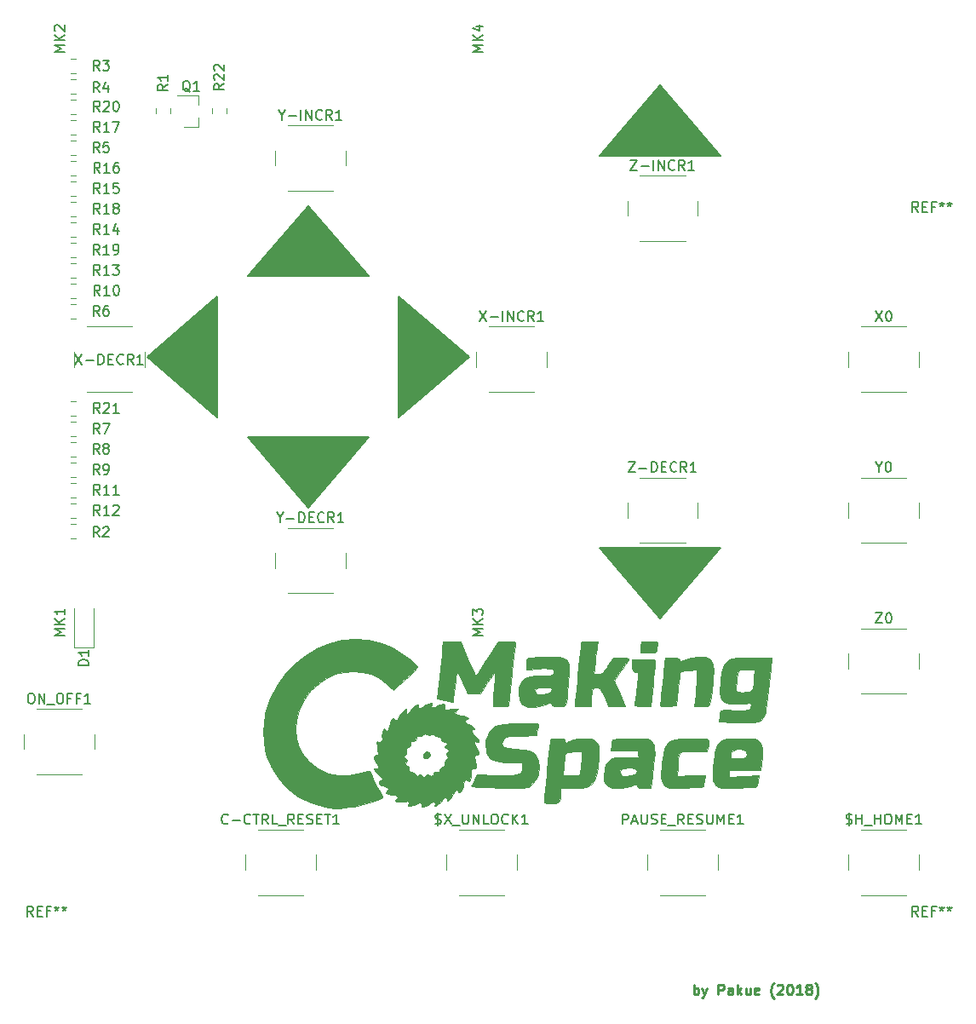
<source format=gto>
%TF.GenerationSoftware,KiCad,Pcbnew,(5.0.0-3-g5ebb6b6)*%
%TF.CreationDate,2018-10-09T22:59:36+02:00*%
%TF.ProjectId,CNC_Control_Panel,434E435F436F6E74726F6C5F50616E65,rev?*%
%TF.SameCoordinates,Original*%
%TF.FileFunction,Legend,Top*%
%TF.FilePolarity,Positive*%
%FSLAX46Y46*%
G04 Gerber Fmt 4.6, Leading zero omitted, Abs format (unit mm)*
G04 Created by KiCad (PCBNEW (5.0.0-3-g5ebb6b6)) date 2018 October 09, Tuesday 22:59:36*
%MOMM*%
%LPD*%
G01*
G04 APERTURE LIST*
%ADD10C,0.250000*%
%ADD11C,0.150000*%
%ADD12C,0.010000*%
%ADD13C,0.120000*%
G04 APERTURE END LIST*
D10*
X104637333Y-175859380D02*
X104637333Y-174859380D01*
X104637333Y-175240333D02*
X104732571Y-175192714D01*
X104923047Y-175192714D01*
X105018285Y-175240333D01*
X105065904Y-175287952D01*
X105113523Y-175383190D01*
X105113523Y-175668904D01*
X105065904Y-175764142D01*
X105018285Y-175811761D01*
X104923047Y-175859380D01*
X104732571Y-175859380D01*
X104637333Y-175811761D01*
X105446857Y-175192714D02*
X105684952Y-175859380D01*
X105923047Y-175192714D02*
X105684952Y-175859380D01*
X105589714Y-176097476D01*
X105542095Y-176145095D01*
X105446857Y-176192714D01*
X107065904Y-175859380D02*
X107065904Y-174859380D01*
X107446857Y-174859380D01*
X107542095Y-174907000D01*
X107589714Y-174954619D01*
X107637333Y-175049857D01*
X107637333Y-175192714D01*
X107589714Y-175287952D01*
X107542095Y-175335571D01*
X107446857Y-175383190D01*
X107065904Y-175383190D01*
X108494476Y-175859380D02*
X108494476Y-175335571D01*
X108446857Y-175240333D01*
X108351619Y-175192714D01*
X108161142Y-175192714D01*
X108065904Y-175240333D01*
X108494476Y-175811761D02*
X108399238Y-175859380D01*
X108161142Y-175859380D01*
X108065904Y-175811761D01*
X108018285Y-175716523D01*
X108018285Y-175621285D01*
X108065904Y-175526047D01*
X108161142Y-175478428D01*
X108399238Y-175478428D01*
X108494476Y-175430809D01*
X108970666Y-175859380D02*
X108970666Y-174859380D01*
X109065904Y-175478428D02*
X109351619Y-175859380D01*
X109351619Y-175192714D02*
X108970666Y-175573666D01*
X110208761Y-175192714D02*
X110208761Y-175859380D01*
X109780190Y-175192714D02*
X109780190Y-175716523D01*
X109827809Y-175811761D01*
X109923047Y-175859380D01*
X110065904Y-175859380D01*
X110161142Y-175811761D01*
X110208761Y-175764142D01*
X111065904Y-175811761D02*
X110970666Y-175859380D01*
X110780190Y-175859380D01*
X110684952Y-175811761D01*
X110637333Y-175716523D01*
X110637333Y-175335571D01*
X110684952Y-175240333D01*
X110780190Y-175192714D01*
X110970666Y-175192714D01*
X111065904Y-175240333D01*
X111113523Y-175335571D01*
X111113523Y-175430809D01*
X110637333Y-175526047D01*
X112589714Y-176240333D02*
X112542095Y-176192714D01*
X112446857Y-176049857D01*
X112399238Y-175954619D01*
X112351619Y-175811761D01*
X112304000Y-175573666D01*
X112304000Y-175383190D01*
X112351619Y-175145095D01*
X112399238Y-175002238D01*
X112446857Y-174907000D01*
X112542095Y-174764142D01*
X112589714Y-174716523D01*
X112923047Y-174954619D02*
X112970666Y-174907000D01*
X113065904Y-174859380D01*
X113304000Y-174859380D01*
X113399238Y-174907000D01*
X113446857Y-174954619D01*
X113494476Y-175049857D01*
X113494476Y-175145095D01*
X113446857Y-175287952D01*
X112875428Y-175859380D01*
X113494476Y-175859380D01*
X114113523Y-174859380D02*
X114208761Y-174859380D01*
X114304000Y-174907000D01*
X114351619Y-174954619D01*
X114399238Y-175049857D01*
X114446857Y-175240333D01*
X114446857Y-175478428D01*
X114399238Y-175668904D01*
X114351619Y-175764142D01*
X114304000Y-175811761D01*
X114208761Y-175859380D01*
X114113523Y-175859380D01*
X114018285Y-175811761D01*
X113970666Y-175764142D01*
X113923047Y-175668904D01*
X113875428Y-175478428D01*
X113875428Y-175240333D01*
X113923047Y-175049857D01*
X113970666Y-174954619D01*
X114018285Y-174907000D01*
X114113523Y-174859380D01*
X115399238Y-175859380D02*
X114827809Y-175859380D01*
X115113523Y-175859380D02*
X115113523Y-174859380D01*
X115018285Y-175002238D01*
X114923047Y-175097476D01*
X114827809Y-175145095D01*
X115970666Y-175287952D02*
X115875428Y-175240333D01*
X115827809Y-175192714D01*
X115780190Y-175097476D01*
X115780190Y-175049857D01*
X115827809Y-174954619D01*
X115875428Y-174907000D01*
X115970666Y-174859380D01*
X116161142Y-174859380D01*
X116256380Y-174907000D01*
X116304000Y-174954619D01*
X116351619Y-175049857D01*
X116351619Y-175097476D01*
X116304000Y-175192714D01*
X116256380Y-175240333D01*
X116161142Y-175287952D01*
X115970666Y-175287952D01*
X115875428Y-175335571D01*
X115827809Y-175383190D01*
X115780190Y-175478428D01*
X115780190Y-175668904D01*
X115827809Y-175764142D01*
X115875428Y-175811761D01*
X115970666Y-175859380D01*
X116161142Y-175859380D01*
X116256380Y-175811761D01*
X116304000Y-175764142D01*
X116351619Y-175668904D01*
X116351619Y-175478428D01*
X116304000Y-175383190D01*
X116256380Y-175335571D01*
X116161142Y-175287952D01*
X116684952Y-176240333D02*
X116732571Y-176192714D01*
X116827809Y-176049857D01*
X116875428Y-175954619D01*
X116923047Y-175811761D01*
X116970666Y-175573666D01*
X116970666Y-175383190D01*
X116923047Y-175145095D01*
X116875428Y-175002238D01*
X116827809Y-174907000D01*
X116732571Y-174764142D01*
X116684952Y-174716523D01*
D11*
G36*
X107272000Y-92478000D02*
X95272000Y-92478000D01*
X101272000Y-85478000D01*
X107272000Y-92478000D01*
G37*
X107272000Y-92478000D02*
X95272000Y-92478000D01*
X101272000Y-85478000D01*
X107272000Y-92478000D01*
G36*
X95272000Y-131478000D02*
X107272000Y-131478000D01*
X101272000Y-138478000D01*
X95272000Y-131478000D01*
G37*
X95272000Y-131478000D02*
X107272000Y-131478000D01*
X101272000Y-138478000D01*
X95272000Y-131478000D01*
G36*
X75272000Y-118478000D02*
X75272000Y-106478000D01*
X82272000Y-112478000D01*
X75272000Y-118478000D01*
G37*
X75272000Y-118478000D02*
X75272000Y-106478000D01*
X82272000Y-112478000D01*
X75272000Y-118478000D01*
G36*
X60272000Y-120478000D02*
X72272000Y-120478000D01*
X66272000Y-127478000D01*
X60272000Y-120478000D01*
G37*
X60272000Y-120478000D02*
X72272000Y-120478000D01*
X66272000Y-127478000D01*
X60272000Y-120478000D01*
G36*
X57272000Y-106478000D02*
X57272000Y-118478000D01*
X50272000Y-112478000D01*
X57272000Y-106478000D01*
G37*
X57272000Y-106478000D02*
X57272000Y-118478000D01*
X50272000Y-112478000D01*
X57272000Y-106478000D01*
G36*
X72272000Y-104478000D02*
X60272000Y-104478000D01*
X66272000Y-97478000D01*
X72272000Y-104478000D01*
G37*
X72272000Y-104478000D02*
X60272000Y-104478000D01*
X66272000Y-97478000D01*
X72272000Y-104478000D01*
D12*
G36*
X78283788Y-151778200D02*
X78396705Y-151994004D01*
X78393964Y-152086914D01*
X78267859Y-152306488D01*
X78037437Y-152404184D01*
X77807526Y-152358524D01*
X77702565Y-152228559D01*
X77716812Y-151976069D01*
X77807585Y-151833985D01*
X78056860Y-151711682D01*
X78283788Y-151778200D01*
X78283788Y-151778200D01*
G37*
X78283788Y-151778200D02*
X78396705Y-151994004D01*
X78393964Y-152086914D01*
X78267859Y-152306488D01*
X78037437Y-152404184D01*
X77807526Y-152358524D01*
X77702565Y-152228559D01*
X77716812Y-151976069D01*
X77807585Y-151833985D01*
X78056860Y-151711682D01*
X78283788Y-151778200D01*
G36*
X100669579Y-140741068D02*
X100909787Y-140769389D01*
X100999426Y-140840636D01*
X100990200Y-140974485D01*
X100978046Y-141021750D01*
X100913298Y-141389552D01*
X100899734Y-141593250D01*
X100878750Y-141749472D01*
X100779426Y-141835256D01*
X100543587Y-141871474D01*
X100113060Y-141878998D01*
X100103334Y-141879000D01*
X99308669Y-141879000D01*
X99354122Y-141307500D01*
X99399576Y-140736000D01*
X100227100Y-140736000D01*
X100669579Y-140741068D01*
X100669579Y-140741068D01*
G37*
X100669579Y-140741068D02*
X100909787Y-140769389D01*
X100999426Y-140840636D01*
X100990200Y-140974485D01*
X100978046Y-141021750D01*
X100913298Y-141389552D01*
X100899734Y-141593250D01*
X100878750Y-141749472D01*
X100779426Y-141835256D01*
X100543587Y-141871474D01*
X100113060Y-141878998D01*
X100103334Y-141879000D01*
X99308669Y-141879000D01*
X99354122Y-141307500D01*
X99399576Y-140736000D01*
X100227100Y-140736000D01*
X100669579Y-140741068D01*
G36*
X105784883Y-142318184D02*
X106026940Y-142403474D01*
X106280623Y-142564122D01*
X106451555Y-142800282D01*
X106547088Y-143149942D01*
X106574576Y-143651093D01*
X106541371Y-144341721D01*
X106497909Y-144836760D01*
X106418650Y-145666861D01*
X106355011Y-146278077D01*
X106292234Y-146703698D01*
X106215559Y-146977015D01*
X106110228Y-147131320D01*
X105961481Y-147199904D01*
X105754561Y-147216056D01*
X105474709Y-147213070D01*
X105444465Y-147213000D01*
X104685198Y-147213000D01*
X104789946Y-146101750D01*
X104840037Y-145488028D01*
X104877631Y-144871317D01*
X104895875Y-144367892D01*
X104896597Y-144292000D01*
X104898500Y-143593500D01*
X104148251Y-143619848D01*
X103729363Y-143649929D01*
X103417297Y-143700681D01*
X103300953Y-143746848D01*
X103252401Y-143904707D01*
X103188697Y-144264779D01*
X103117539Y-144776308D01*
X103046628Y-145388539D01*
X103035201Y-145498500D01*
X102866500Y-147149500D01*
X102072750Y-147187310D01*
X101661851Y-147195971D01*
X101375036Y-147181172D01*
X101279000Y-147150074D01*
X101292097Y-146987605D01*
X101327632Y-146625401D01*
X101379965Y-146116168D01*
X101443459Y-145512613D01*
X101512477Y-144867445D01*
X101581379Y-144233370D01*
X101644528Y-143663097D01*
X101696287Y-143209332D01*
X101730755Y-142926750D01*
X101802563Y-142387000D01*
X102493281Y-142387000D01*
X102905165Y-142402491D01*
X103117494Y-142459433D01*
X103183405Y-142573524D01*
X103184000Y-142591087D01*
X103248439Y-142730766D01*
X103406250Y-142700934D01*
X104317258Y-142386541D01*
X105117734Y-142258095D01*
X105784883Y-142318184D01*
X105784883Y-142318184D01*
G37*
X105784883Y-142318184D02*
X106026940Y-142403474D01*
X106280623Y-142564122D01*
X106451555Y-142800282D01*
X106547088Y-143149942D01*
X106574576Y-143651093D01*
X106541371Y-144341721D01*
X106497909Y-144836760D01*
X106418650Y-145666861D01*
X106355011Y-146278077D01*
X106292234Y-146703698D01*
X106215559Y-146977015D01*
X106110228Y-147131320D01*
X105961481Y-147199904D01*
X105754561Y-147216056D01*
X105474709Y-147213070D01*
X105444465Y-147213000D01*
X104685198Y-147213000D01*
X104789946Y-146101750D01*
X104840037Y-145488028D01*
X104877631Y-144871317D01*
X104895875Y-144367892D01*
X104896597Y-144292000D01*
X104898500Y-143593500D01*
X104148251Y-143619848D01*
X103729363Y-143649929D01*
X103417297Y-143700681D01*
X103300953Y-143746848D01*
X103252401Y-143904707D01*
X103188697Y-144264779D01*
X103117539Y-144776308D01*
X103046628Y-145388539D01*
X103035201Y-145498500D01*
X102866500Y-147149500D01*
X102072750Y-147187310D01*
X101661851Y-147195971D01*
X101375036Y-147181172D01*
X101279000Y-147150074D01*
X101292097Y-146987605D01*
X101327632Y-146625401D01*
X101379965Y-146116168D01*
X101443459Y-145512613D01*
X101512477Y-144867445D01*
X101581379Y-144233370D01*
X101644528Y-143663097D01*
X101696287Y-143209332D01*
X101730755Y-142926750D01*
X101802563Y-142387000D01*
X102493281Y-142387000D01*
X102905165Y-142402491D01*
X103117494Y-142459433D01*
X103183405Y-142573524D01*
X103184000Y-142591087D01*
X103248439Y-142730766D01*
X103406250Y-142700934D01*
X104317258Y-142386541D01*
X105117734Y-142258095D01*
X105784883Y-142318184D01*
G36*
X100218391Y-142525397D02*
X100583989Y-142562205D01*
X100753092Y-142628348D01*
X100772796Y-142672750D01*
X100761251Y-142846239D01*
X100728129Y-143227784D01*
X100677554Y-143772743D01*
X100613650Y-144436476D01*
X100555773Y-145022250D01*
X100336954Y-147213000D01*
X99537977Y-147213000D01*
X99125203Y-147198729D01*
X98836603Y-147161489D01*
X98739000Y-147114418D01*
X98754241Y-146934394D01*
X98799067Y-146514311D01*
X98872127Y-145866220D01*
X98972072Y-145002172D01*
X99051600Y-144323750D01*
X99079562Y-143985999D01*
X99035567Y-143829783D01*
X98887295Y-143785747D01*
X98800070Y-143784000D01*
X98613043Y-143763070D01*
X98519737Y-143657007D01*
X98487946Y-143400897D01*
X98485000Y-143149000D01*
X98485000Y-142514000D01*
X99628000Y-142514000D01*
X100218391Y-142525397D01*
X100218391Y-142525397D01*
G37*
X100218391Y-142525397D02*
X100583989Y-142562205D01*
X100753092Y-142628348D01*
X100772796Y-142672750D01*
X100761251Y-142846239D01*
X100728129Y-143227784D01*
X100677554Y-143772743D01*
X100613650Y-144436476D01*
X100555773Y-145022250D01*
X100336954Y-147213000D01*
X99537977Y-147213000D01*
X99125203Y-147198729D01*
X98836603Y-147161489D01*
X98739000Y-147114418D01*
X98754241Y-146934394D01*
X98799067Y-146514311D01*
X98872127Y-145866220D01*
X98972072Y-145002172D01*
X99051600Y-144323750D01*
X99079562Y-143985999D01*
X99035567Y-143829783D01*
X98887295Y-143785747D01*
X98800070Y-143784000D01*
X98613043Y-143763070D01*
X98519737Y-143657007D01*
X98487946Y-143400897D01*
X98485000Y-143149000D01*
X98485000Y-142514000D01*
X99628000Y-142514000D01*
X100218391Y-142525397D01*
G36*
X95010320Y-141085250D02*
X94965441Y-141390750D01*
X94912623Y-141847288D01*
X94866296Y-142323500D01*
X94815697Y-142842389D01*
X94760770Y-143319334D01*
X94717433Y-143625250D01*
X94687419Y-143904681D01*
X94774496Y-144015802D01*
X95044549Y-144034221D01*
X95073616Y-144033977D01*
X95306671Y-144009954D01*
X95499499Y-143913143D01*
X95705280Y-143698778D01*
X95977192Y-143322089D01*
X96054209Y-143208477D01*
X96607919Y-142387000D01*
X97426954Y-142387000D01*
X97880388Y-142399381D01*
X98115309Y-142441538D01*
X98166228Y-142520994D01*
X98155305Y-142545750D01*
X98046214Y-142715470D01*
X97829578Y-143037757D01*
X97543101Y-143456805D01*
X97385407Y-143685245D01*
X96706194Y-144665991D01*
X97270836Y-145939495D01*
X97835477Y-147213000D01*
X96985488Y-147211432D01*
X96135500Y-147209865D01*
X95742482Y-146290682D01*
X95533263Y-145823261D01*
X95372388Y-145542932D01*
X95218806Y-145399037D01*
X95031466Y-145340919D01*
X94966440Y-145333024D01*
X94713128Y-145331252D01*
X94585237Y-145438968D01*
X94512719Y-145723444D01*
X94503606Y-145777524D01*
X94447357Y-146252306D01*
X94422440Y-146727310D01*
X94422397Y-146736750D01*
X94421000Y-147213000D01*
X93595500Y-147213000D01*
X93175044Y-147208543D01*
X92877727Y-147196882D01*
X92770049Y-147181250D01*
X92783010Y-147051556D01*
X92819360Y-146704735D01*
X92875339Y-146176202D01*
X92947190Y-145501374D01*
X93031154Y-144715668D01*
X93087549Y-144189294D01*
X93177815Y-143337357D01*
X93258100Y-142560049D01*
X93324556Y-141896259D01*
X93373331Y-141384874D01*
X93400578Y-141064782D01*
X93405000Y-140982544D01*
X93432435Y-140849526D01*
X93551727Y-140775014D01*
X93818356Y-140742640D01*
X94240590Y-140736000D01*
X95076181Y-140736000D01*
X95010320Y-141085250D01*
X95010320Y-141085250D01*
G37*
X95010320Y-141085250D02*
X94965441Y-141390750D01*
X94912623Y-141847288D01*
X94866296Y-142323500D01*
X94815697Y-142842389D01*
X94760770Y-143319334D01*
X94717433Y-143625250D01*
X94687419Y-143904681D01*
X94774496Y-144015802D01*
X95044549Y-144034221D01*
X95073616Y-144033977D01*
X95306671Y-144009954D01*
X95499499Y-143913143D01*
X95705280Y-143698778D01*
X95977192Y-143322089D01*
X96054209Y-143208477D01*
X96607919Y-142387000D01*
X97426954Y-142387000D01*
X97880388Y-142399381D01*
X98115309Y-142441538D01*
X98166228Y-142520994D01*
X98155305Y-142545750D01*
X98046214Y-142715470D01*
X97829578Y-143037757D01*
X97543101Y-143456805D01*
X97385407Y-143685245D01*
X96706194Y-144665991D01*
X97270836Y-145939495D01*
X97835477Y-147213000D01*
X96985488Y-147211432D01*
X96135500Y-147209865D01*
X95742482Y-146290682D01*
X95533263Y-145823261D01*
X95372388Y-145542932D01*
X95218806Y-145399037D01*
X95031466Y-145340919D01*
X94966440Y-145333024D01*
X94713128Y-145331252D01*
X94585237Y-145438968D01*
X94512719Y-145723444D01*
X94503606Y-145777524D01*
X94447357Y-146252306D01*
X94422440Y-146727310D01*
X94422397Y-146736750D01*
X94421000Y-147213000D01*
X93595500Y-147213000D01*
X93175044Y-147208543D01*
X92877727Y-147196882D01*
X92770049Y-147181250D01*
X92783010Y-147051556D01*
X92819360Y-146704735D01*
X92875339Y-146176202D01*
X92947190Y-145501374D01*
X93031154Y-144715668D01*
X93087549Y-144189294D01*
X93177815Y-143337357D01*
X93258100Y-142560049D01*
X93324556Y-141896259D01*
X93373331Y-141384874D01*
X93400578Y-141064782D01*
X93405000Y-140982544D01*
X93432435Y-140849526D01*
X93551727Y-140775014D01*
X93818356Y-140742640D01*
X94240590Y-140736000D01*
X95076181Y-140736000D01*
X95010320Y-141085250D01*
G36*
X82167831Y-142450500D02*
X82429791Y-143053092D01*
X82654792Y-143563014D01*
X82824576Y-143939481D01*
X82920884Y-144141709D01*
X82935413Y-144165000D01*
X83009687Y-144064051D01*
X83197464Y-143785030D01*
X83475130Y-143363678D01*
X83819074Y-142835733D01*
X84068178Y-142450500D01*
X85173727Y-140736000D01*
X86053283Y-140736000D01*
X86513348Y-140740708D01*
X86770885Y-140766816D01*
X86877341Y-140832302D01*
X86884165Y-140955142D01*
X86871088Y-141021750D01*
X86840465Y-141230545D01*
X86790339Y-141649889D01*
X86725355Y-142237480D01*
X86650154Y-142951015D01*
X86569380Y-143748193D01*
X86547000Y-143974500D01*
X86465511Y-144787144D01*
X86388330Y-145527679D01*
X86320100Y-146153803D01*
X86265463Y-146623215D01*
X86229062Y-146893613D01*
X86222911Y-146927250D01*
X86162690Y-147087283D01*
X86027523Y-147173289D01*
X85753074Y-147207650D01*
X85401580Y-147213000D01*
X84642000Y-147213000D01*
X84642000Y-146821895D01*
X84656820Y-146521724D01*
X84696444Y-146051370D01*
X84753613Y-145492620D01*
X84782180Y-145242185D01*
X84838407Y-144708468D01*
X84872751Y-144264496D01*
X84880831Y-143974596D01*
X84873196Y-143906088D01*
X84788554Y-143942397D01*
X84598079Y-144155819D01*
X84332307Y-144509178D01*
X84097186Y-144850798D01*
X83370341Y-145943000D01*
X82132631Y-145943000D01*
X81646448Y-144863500D01*
X81427434Y-144394357D01*
X81241806Y-144028209D01*
X81116299Y-143816282D01*
X81083039Y-143784000D01*
X81040613Y-143902226D01*
X80982459Y-144223983D01*
X80916289Y-144699884D01*
X80850898Y-145270175D01*
X80788256Y-145852263D01*
X80732921Y-146331791D01*
X80690972Y-146658322D01*
X80668741Y-146781247D01*
X80541654Y-146766430D01*
X80237525Y-146703067D01*
X79872919Y-146617140D01*
X79104339Y-146428136D01*
X79325858Y-144312318D01*
X79406935Y-143541897D01*
X79485706Y-142800495D01*
X79555461Y-142150765D01*
X79609492Y-141655359D01*
X79630658Y-141466250D01*
X79713939Y-140736000D01*
X81427467Y-140736000D01*
X82167831Y-142450500D01*
X82167831Y-142450500D01*
G37*
X82167831Y-142450500D02*
X82429791Y-143053092D01*
X82654792Y-143563014D01*
X82824576Y-143939481D01*
X82920884Y-144141709D01*
X82935413Y-144165000D01*
X83009687Y-144064051D01*
X83197464Y-143785030D01*
X83475130Y-143363678D01*
X83819074Y-142835733D01*
X84068178Y-142450500D01*
X85173727Y-140736000D01*
X86053283Y-140736000D01*
X86513348Y-140740708D01*
X86770885Y-140766816D01*
X86877341Y-140832302D01*
X86884165Y-140955142D01*
X86871088Y-141021750D01*
X86840465Y-141230545D01*
X86790339Y-141649889D01*
X86725355Y-142237480D01*
X86650154Y-142951015D01*
X86569380Y-143748193D01*
X86547000Y-143974500D01*
X86465511Y-144787144D01*
X86388330Y-145527679D01*
X86320100Y-146153803D01*
X86265463Y-146623215D01*
X86229062Y-146893613D01*
X86222911Y-146927250D01*
X86162690Y-147087283D01*
X86027523Y-147173289D01*
X85753074Y-147207650D01*
X85401580Y-147213000D01*
X84642000Y-147213000D01*
X84642000Y-146821895D01*
X84656820Y-146521724D01*
X84696444Y-146051370D01*
X84753613Y-145492620D01*
X84782180Y-145242185D01*
X84838407Y-144708468D01*
X84872751Y-144264496D01*
X84880831Y-143974596D01*
X84873196Y-143906088D01*
X84788554Y-143942397D01*
X84598079Y-144155819D01*
X84332307Y-144509178D01*
X84097186Y-144850798D01*
X83370341Y-145943000D01*
X82132631Y-145943000D01*
X81646448Y-144863500D01*
X81427434Y-144394357D01*
X81241806Y-144028209D01*
X81116299Y-143816282D01*
X81083039Y-143784000D01*
X81040613Y-143902226D01*
X80982459Y-144223983D01*
X80916289Y-144699884D01*
X80850898Y-145270175D01*
X80788256Y-145852263D01*
X80732921Y-146331791D01*
X80690972Y-146658322D01*
X80668741Y-146781247D01*
X80541654Y-146766430D01*
X80237525Y-146703067D01*
X79872919Y-146617140D01*
X79104339Y-146428136D01*
X79325858Y-144312318D01*
X79406935Y-143541897D01*
X79485706Y-142800495D01*
X79555461Y-142150765D01*
X79609492Y-141655359D01*
X79630658Y-141466250D01*
X79713939Y-140736000D01*
X81427467Y-140736000D01*
X82167831Y-142450500D01*
G36*
X91279608Y-142295070D02*
X91533121Y-142352998D01*
X91723386Y-142434669D01*
X91953623Y-142582885D01*
X92112492Y-142776568D01*
X92206540Y-143055198D01*
X92242313Y-143458253D01*
X92226358Y-144025209D01*
X92165221Y-144795546D01*
X92147015Y-144989362D01*
X92071104Y-145787946D01*
X92008890Y-146368720D01*
X91945176Y-146766227D01*
X91864764Y-147015010D01*
X91752460Y-147149610D01*
X91593065Y-147204570D01*
X91371383Y-147214432D01*
X91168732Y-147213000D01*
X90758915Y-147197256D01*
X90548544Y-147139455D01*
X90484417Y-147023740D01*
X90484000Y-147008912D01*
X90419976Y-146869383D01*
X90261750Y-146899767D01*
X89549862Y-147145636D01*
X88855650Y-147281215D01*
X88248731Y-147297387D01*
X87862338Y-147214069D01*
X87498605Y-146939712D01*
X87266387Y-146497927D01*
X87178560Y-145945876D01*
X87212019Y-145654274D01*
X88829571Y-145654274D01*
X88885093Y-145895572D01*
X88977058Y-146014147D01*
X89173173Y-146053867D01*
X89539789Y-146025484D01*
X89621635Y-146014953D01*
X90014168Y-145953970D01*
X90299195Y-145893361D01*
X90381453Y-145864386D01*
X90467274Y-145699351D01*
X90484000Y-145554504D01*
X90454236Y-145416838D01*
X90326588Y-145342290D01*
X90043517Y-145312342D01*
X89718014Y-145308000D01*
X89206992Y-145340845D01*
X88918825Y-145450640D01*
X88829571Y-145654274D01*
X87212019Y-145654274D01*
X87247998Y-145340720D01*
X87362495Y-144994855D01*
X87576041Y-144636130D01*
X87892327Y-144390576D01*
X88352208Y-144241929D01*
X88996537Y-144173923D01*
X89446881Y-144165000D01*
X89992331Y-144159694D01*
X90335152Y-144136672D01*
X90526616Y-144085279D01*
X90617995Y-143994858D01*
X90646577Y-143915669D01*
X90660161Y-143679563D01*
X90535294Y-143525762D01*
X90243329Y-143445600D01*
X89755620Y-143430410D01*
X89150994Y-143463212D01*
X87944000Y-143553704D01*
X87944000Y-143041347D01*
X87970863Y-142700748D01*
X88037787Y-142482266D01*
X88062443Y-142455788D01*
X88228715Y-142421560D01*
X88595443Y-142381759D01*
X89109297Y-142341211D01*
X89716946Y-142304748D01*
X89748169Y-142303152D01*
X90440515Y-142273702D01*
X90933200Y-142269823D01*
X91279608Y-142295070D01*
X91279608Y-142295070D01*
G37*
X91279608Y-142295070D02*
X91533121Y-142352998D01*
X91723386Y-142434669D01*
X91953623Y-142582885D01*
X92112492Y-142776568D01*
X92206540Y-143055198D01*
X92242313Y-143458253D01*
X92226358Y-144025209D01*
X92165221Y-144795546D01*
X92147015Y-144989362D01*
X92071104Y-145787946D01*
X92008890Y-146368720D01*
X91945176Y-146766227D01*
X91864764Y-147015010D01*
X91752460Y-147149610D01*
X91593065Y-147204570D01*
X91371383Y-147214432D01*
X91168732Y-147213000D01*
X90758915Y-147197256D01*
X90548544Y-147139455D01*
X90484417Y-147023740D01*
X90484000Y-147008912D01*
X90419976Y-146869383D01*
X90261750Y-146899767D01*
X89549862Y-147145636D01*
X88855650Y-147281215D01*
X88248731Y-147297387D01*
X87862338Y-147214069D01*
X87498605Y-146939712D01*
X87266387Y-146497927D01*
X87178560Y-145945876D01*
X87212019Y-145654274D01*
X88829571Y-145654274D01*
X88885093Y-145895572D01*
X88977058Y-146014147D01*
X89173173Y-146053867D01*
X89539789Y-146025484D01*
X89621635Y-146014953D01*
X90014168Y-145953970D01*
X90299195Y-145893361D01*
X90381453Y-145864386D01*
X90467274Y-145699351D01*
X90484000Y-145554504D01*
X90454236Y-145416838D01*
X90326588Y-145342290D01*
X90043517Y-145312342D01*
X89718014Y-145308000D01*
X89206992Y-145340845D01*
X88918825Y-145450640D01*
X88829571Y-145654274D01*
X87212019Y-145654274D01*
X87247998Y-145340720D01*
X87362495Y-144994855D01*
X87576041Y-144636130D01*
X87892327Y-144390576D01*
X88352208Y-144241929D01*
X88996537Y-144173923D01*
X89446881Y-144165000D01*
X89992331Y-144159694D01*
X90335152Y-144136672D01*
X90526616Y-144085279D01*
X90617995Y-143994858D01*
X90646577Y-143915669D01*
X90660161Y-143679563D01*
X90535294Y-143525762D01*
X90243329Y-143445600D01*
X89755620Y-143430410D01*
X89150994Y-143463212D01*
X87944000Y-143553704D01*
X87944000Y-143041347D01*
X87970863Y-142700748D01*
X88037787Y-142482266D01*
X88062443Y-142455788D01*
X88228715Y-142421560D01*
X88595443Y-142381759D01*
X89109297Y-142341211D01*
X89716946Y-142304748D01*
X89748169Y-142303152D01*
X90440515Y-142273702D01*
X90933200Y-142269823D01*
X91279608Y-142295070D01*
G36*
X112328000Y-142751598D02*
X112312942Y-143069889D01*
X112271674Y-143566872D01*
X112210053Y-144192795D01*
X112133939Y-144897909D01*
X112049188Y-145632464D01*
X111961658Y-146346709D01*
X111877208Y-146990895D01*
X111801694Y-147515272D01*
X111740977Y-147870089D01*
X111711370Y-147988498D01*
X111542761Y-148330247D01*
X111313147Y-148563809D01*
X110975275Y-148709004D01*
X110481892Y-148785655D01*
X109785746Y-148813583D01*
X109743257Y-148814072D01*
X109104097Y-148814642D01*
X108475159Y-148804768D01*
X107954814Y-148786393D01*
X107773302Y-148775184D01*
X107092105Y-148722723D01*
X107170052Y-148332986D01*
X107226407Y-147986445D01*
X107247749Y-147736875D01*
X107274973Y-147645718D01*
X107385819Y-147590760D01*
X107623641Y-147567389D01*
X108031796Y-147570996D01*
X108591262Y-147594000D01*
X109164432Y-147611128D01*
X109652789Y-147607312D01*
X109994486Y-147584097D01*
X110115512Y-147555939D01*
X110254226Y-147362131D01*
X110296000Y-147134631D01*
X110258634Y-146907182D01*
X110112748Y-146875348D01*
X110056979Y-146890745D01*
X109815530Y-146930666D01*
X109405926Y-146964110D01*
X108914012Y-146984202D01*
X108882229Y-146984862D01*
X108228050Y-146966706D01*
X107754292Y-146862957D01*
X107439723Y-146643671D01*
X107263112Y-146278906D01*
X107203227Y-145738720D01*
X107210785Y-145580457D01*
X108821764Y-145580457D01*
X108855425Y-145730092D01*
X109055525Y-145797087D01*
X109404118Y-145816329D01*
X109801231Y-145792789D01*
X110146889Y-145731435D01*
X110320739Y-145657250D01*
X110455676Y-145422431D01*
X110556032Y-144953450D01*
X110604308Y-144514250D01*
X110687591Y-143530000D01*
X109924764Y-143530000D01*
X109465285Y-143547365D01*
X109196882Y-143609799D01*
X109058358Y-143732809D01*
X109047622Y-143752250D01*
X108972840Y-143995982D01*
X108905176Y-144379783D01*
X108852316Y-144824539D01*
X108821950Y-145251135D01*
X108821764Y-145580457D01*
X107210785Y-145580457D01*
X107238834Y-144993170D01*
X107266878Y-144706808D01*
X107383760Y-143887598D01*
X107544963Y-143285974D01*
X107764545Y-142867331D01*
X108056565Y-142597063D01*
X108143952Y-142547906D01*
X108440459Y-142473180D01*
X108986537Y-142421831D01*
X109778812Y-142394099D01*
X110391250Y-142388872D01*
X112328000Y-142387000D01*
X112328000Y-142751598D01*
X112328000Y-142751598D01*
G37*
X112328000Y-142751598D02*
X112312942Y-143069889D01*
X112271674Y-143566872D01*
X112210053Y-144192795D01*
X112133939Y-144897909D01*
X112049188Y-145632464D01*
X111961658Y-146346709D01*
X111877208Y-146990895D01*
X111801694Y-147515272D01*
X111740977Y-147870089D01*
X111711370Y-147988498D01*
X111542761Y-148330247D01*
X111313147Y-148563809D01*
X110975275Y-148709004D01*
X110481892Y-148785655D01*
X109785746Y-148813583D01*
X109743257Y-148814072D01*
X109104097Y-148814642D01*
X108475159Y-148804768D01*
X107954814Y-148786393D01*
X107773302Y-148775184D01*
X107092105Y-148722723D01*
X107170052Y-148332986D01*
X107226407Y-147986445D01*
X107247749Y-147736875D01*
X107274973Y-147645718D01*
X107385819Y-147590760D01*
X107623641Y-147567389D01*
X108031796Y-147570996D01*
X108591262Y-147594000D01*
X109164432Y-147611128D01*
X109652789Y-147607312D01*
X109994486Y-147584097D01*
X110115512Y-147555939D01*
X110254226Y-147362131D01*
X110296000Y-147134631D01*
X110258634Y-146907182D01*
X110112748Y-146875348D01*
X110056979Y-146890745D01*
X109815530Y-146930666D01*
X109405926Y-146964110D01*
X108914012Y-146984202D01*
X108882229Y-146984862D01*
X108228050Y-146966706D01*
X107754292Y-146862957D01*
X107439723Y-146643671D01*
X107263112Y-146278906D01*
X107203227Y-145738720D01*
X107210785Y-145580457D01*
X108821764Y-145580457D01*
X108855425Y-145730092D01*
X109055525Y-145797087D01*
X109404118Y-145816329D01*
X109801231Y-145792789D01*
X110146889Y-145731435D01*
X110320739Y-145657250D01*
X110455676Y-145422431D01*
X110556032Y-144953450D01*
X110604308Y-144514250D01*
X110687591Y-143530000D01*
X109924764Y-143530000D01*
X109465285Y-143547365D01*
X109196882Y-143609799D01*
X109058358Y-143732809D01*
X109047622Y-143752250D01*
X108972840Y-143995982D01*
X108905176Y-144379783D01*
X108852316Y-144824539D01*
X108821950Y-145251135D01*
X108821764Y-145580457D01*
X107210785Y-145580457D01*
X107238834Y-144993170D01*
X107266878Y-144706808D01*
X107383760Y-143887598D01*
X107544963Y-143285974D01*
X107764545Y-142867331D01*
X108056565Y-142597063D01*
X108143952Y-142547906D01*
X108440459Y-142473180D01*
X108986537Y-142421831D01*
X109778812Y-142394099D01*
X110391250Y-142388872D01*
X112328000Y-142387000D01*
X112328000Y-142751598D01*
G36*
X109909042Y-150390712D02*
X110364241Y-150404459D01*
X110666804Y-150437660D01*
X110867404Y-150498730D01*
X111016716Y-150596088D01*
X111127272Y-150699727D01*
X111334555Y-151034113D01*
X111437001Y-151532634D01*
X111437112Y-152219942D01*
X111358237Y-152973774D01*
X111277475Y-153563000D01*
X108137000Y-153563000D01*
X108137000Y-154233428D01*
X109611147Y-154168374D01*
X111085294Y-154103321D01*
X111002332Y-154622142D01*
X110935559Y-154961898D01*
X110869666Y-155179580D01*
X110852610Y-155207722D01*
X110708361Y-155234633D01*
X110357217Y-155263246D01*
X109846245Y-155290727D01*
X109222510Y-155314240D01*
X108961565Y-155321652D01*
X108247055Y-155338851D01*
X107740831Y-155343386D01*
X107397270Y-155329347D01*
X107170747Y-155290824D01*
X107015639Y-155221909D01*
X106886323Y-155116691D01*
X106811639Y-155043185D01*
X106652074Y-154853807D01*
X106548818Y-154633610D01*
X106498245Y-154337710D01*
X106496729Y-153921221D01*
X106540642Y-153339259D01*
X106616711Y-152630780D01*
X106684781Y-152140310D01*
X108265944Y-152140310D01*
X108281475Y-152298705D01*
X108369466Y-152381913D01*
X108587971Y-152408556D01*
X108995042Y-152397256D01*
X109057750Y-152394310D01*
X109492316Y-152366547D01*
X109734491Y-152317140D01*
X109845803Y-152218135D01*
X109887784Y-152041575D01*
X109890861Y-152015791D01*
X109825181Y-151688110D01*
X109562004Y-151485316D01*
X109135052Y-151427164D01*
X108923607Y-151449209D01*
X108519443Y-151574338D01*
X108315513Y-151812750D01*
X108265944Y-152140310D01*
X106684781Y-152140310D01*
X106726306Y-151841117D01*
X106872616Y-151260881D01*
X107092972Y-150858285D01*
X107424705Y-150601541D01*
X107905146Y-150458859D01*
X108571625Y-150398452D01*
X109250531Y-150388000D01*
X109909042Y-150390712D01*
X109909042Y-150390712D01*
G37*
X109909042Y-150390712D02*
X110364241Y-150404459D01*
X110666804Y-150437660D01*
X110867404Y-150498730D01*
X111016716Y-150596088D01*
X111127272Y-150699727D01*
X111334555Y-151034113D01*
X111437001Y-151532634D01*
X111437112Y-152219942D01*
X111358237Y-152973774D01*
X111277475Y-153563000D01*
X108137000Y-153563000D01*
X108137000Y-154233428D01*
X109611147Y-154168374D01*
X111085294Y-154103321D01*
X111002332Y-154622142D01*
X110935559Y-154961898D01*
X110869666Y-155179580D01*
X110852610Y-155207722D01*
X110708361Y-155234633D01*
X110357217Y-155263246D01*
X109846245Y-155290727D01*
X109222510Y-155314240D01*
X108961565Y-155321652D01*
X108247055Y-155338851D01*
X107740831Y-155343386D01*
X107397270Y-155329347D01*
X107170747Y-155290824D01*
X107015639Y-155221909D01*
X106886323Y-155116691D01*
X106811639Y-155043185D01*
X106652074Y-154853807D01*
X106548818Y-154633610D01*
X106498245Y-154337710D01*
X106496729Y-153921221D01*
X106540642Y-153339259D01*
X106616711Y-152630780D01*
X106684781Y-152140310D01*
X108265944Y-152140310D01*
X108281475Y-152298705D01*
X108369466Y-152381913D01*
X108587971Y-152408556D01*
X108995042Y-152397256D01*
X109057750Y-152394310D01*
X109492316Y-152366547D01*
X109734491Y-152317140D01*
X109845803Y-152218135D01*
X109887784Y-152041575D01*
X109890861Y-152015791D01*
X109825181Y-151688110D01*
X109562004Y-151485316D01*
X109135052Y-151427164D01*
X108923607Y-151449209D01*
X108519443Y-151574338D01*
X108315513Y-151812750D01*
X108265944Y-152140310D01*
X106684781Y-152140310D01*
X106726306Y-151841117D01*
X106872616Y-151260881D01*
X107092972Y-150858285D01*
X107424705Y-150601541D01*
X107905146Y-150458859D01*
X108571625Y-150398452D01*
X109250531Y-150388000D01*
X109909042Y-150390712D01*
G36*
X105680811Y-150408096D02*
X105956896Y-150461867D01*
X106088520Y-150575724D01*
X106112184Y-150771075D01*
X106064389Y-151069331D01*
X106025625Y-151261125D01*
X105946250Y-151658000D01*
X104625481Y-151658000D01*
X103989409Y-151662122D01*
X103560813Y-151702570D01*
X103295908Y-151821466D01*
X103150909Y-152060929D01*
X103082031Y-152463081D01*
X103045488Y-153070042D01*
X103039998Y-153183226D01*
X102993500Y-154134500D01*
X104375992Y-154098866D01*
X105758485Y-154063233D01*
X105688420Y-154585605D01*
X105626146Y-154931586D01*
X105556011Y-155159067D01*
X105536037Y-155190295D01*
X105385439Y-155223578D01*
X105029773Y-155257588D01*
X104517936Y-155288859D01*
X103898827Y-155313927D01*
X103715609Y-155319290D01*
X103019164Y-155336183D01*
X102530548Y-155339208D01*
X102203717Y-155322600D01*
X101992629Y-155280595D01*
X101851241Y-155207428D01*
X101733511Y-155097334D01*
X101706346Y-155067733D01*
X101520865Y-154835789D01*
X101403487Y-154592483D01*
X101348477Y-154285916D01*
X101350094Y-153864187D01*
X101402602Y-153275399D01*
X101457056Y-152812958D01*
X101571328Y-152024255D01*
X101717039Y-151428470D01*
X101928680Y-150998635D01*
X102240744Y-150707780D01*
X102687724Y-150528935D01*
X103304111Y-150435131D01*
X104124398Y-150399399D01*
X104549250Y-150395168D01*
X105223763Y-150392999D01*
X105680811Y-150408096D01*
X105680811Y-150408096D01*
G37*
X105680811Y-150408096D02*
X105956896Y-150461867D01*
X106088520Y-150575724D01*
X106112184Y-150771075D01*
X106064389Y-151069331D01*
X106025625Y-151261125D01*
X105946250Y-151658000D01*
X104625481Y-151658000D01*
X103989409Y-151662122D01*
X103560813Y-151702570D01*
X103295908Y-151821466D01*
X103150909Y-152060929D01*
X103082031Y-152463081D01*
X103045488Y-153070042D01*
X103039998Y-153183226D01*
X102993500Y-154134500D01*
X104375992Y-154098866D01*
X105758485Y-154063233D01*
X105688420Y-154585605D01*
X105626146Y-154931586D01*
X105556011Y-155159067D01*
X105536037Y-155190295D01*
X105385439Y-155223578D01*
X105029773Y-155257588D01*
X104517936Y-155288859D01*
X103898827Y-155313927D01*
X103715609Y-155319290D01*
X103019164Y-155336183D01*
X102530548Y-155339208D01*
X102203717Y-155322600D01*
X101992629Y-155280595D01*
X101851241Y-155207428D01*
X101733511Y-155097334D01*
X101706346Y-155067733D01*
X101520865Y-154835789D01*
X101403487Y-154592483D01*
X101348477Y-154285916D01*
X101350094Y-153864187D01*
X101402602Y-153275399D01*
X101457056Y-152812958D01*
X101571328Y-152024255D01*
X101717039Y-151428470D01*
X101928680Y-150998635D01*
X102240744Y-150707780D01*
X102687724Y-150528935D01*
X103304111Y-150435131D01*
X104124398Y-150399399D01*
X104549250Y-150395168D01*
X105223763Y-150392999D01*
X105680811Y-150408096D01*
G36*
X99666848Y-150407322D02*
X99979876Y-150424400D01*
X100058521Y-150436643D01*
X100358563Y-150615318D01*
X100591420Y-150917118D01*
X100668561Y-151130805D01*
X100711564Y-151428847D01*
X100719203Y-151840893D01*
X100690254Y-152396591D01*
X100623491Y-153125589D01*
X100517689Y-154057535D01*
X100433532Y-154737750D01*
X100357277Y-155341000D01*
X99675138Y-155341000D01*
X99259478Y-155323140D01*
X99048109Y-155260668D01*
X98993000Y-155150500D01*
X98971805Y-155015363D01*
X98871418Y-154974854D01*
X98636636Y-155028684D01*
X98294500Y-155146837D01*
X97875263Y-155250562D01*
X97347105Y-155319445D01*
X97014887Y-155335425D01*
X96554693Y-155322921D01*
X96260567Y-155260580D01*
X96045812Y-155123559D01*
X95951876Y-155030820D01*
X95794506Y-154831738D01*
X95714558Y-154609847D01*
X95695518Y-154284433D01*
X95714574Y-153871071D01*
X95725300Y-153751061D01*
X97270014Y-153751061D01*
X97361839Y-153984308D01*
X97414238Y-154029594D01*
X97595806Y-154111367D01*
X97866225Y-154127447D01*
X98282248Y-154076309D01*
X98715494Y-153994644D01*
X98939280Y-153880313D01*
X98969494Y-153653761D01*
X98890484Y-153460110D01*
X98678215Y-153363419D01*
X98433606Y-153331912D01*
X98030525Y-153323101D01*
X97690236Y-153354555D01*
X97653864Y-153362566D01*
X97376910Y-153517215D01*
X97270014Y-153751061D01*
X95725300Y-153751061D01*
X95757127Y-153394966D01*
X95831650Y-153086740D01*
X95970903Y-152860274D01*
X96176339Y-152657251D01*
X96375577Y-152491203D01*
X96565800Y-152385204D01*
X96809146Y-152325816D01*
X97167750Y-152299599D01*
X97703749Y-152293113D01*
X97860439Y-152293000D01*
X99136871Y-152293000D01*
X99096685Y-151943750D01*
X99056500Y-151594500D01*
X97690832Y-151619474D01*
X96325165Y-151644448D01*
X96406755Y-151111474D01*
X96466598Y-150771418D01*
X96519029Y-150556457D01*
X96532430Y-150527326D01*
X96678506Y-150494874D01*
X97021042Y-150465058D01*
X97502503Y-150439359D01*
X98065350Y-150419256D01*
X98652048Y-150406229D01*
X99205060Y-150401758D01*
X99666848Y-150407322D01*
X99666848Y-150407322D01*
G37*
X99666848Y-150407322D02*
X99979876Y-150424400D01*
X100058521Y-150436643D01*
X100358563Y-150615318D01*
X100591420Y-150917118D01*
X100668561Y-151130805D01*
X100711564Y-151428847D01*
X100719203Y-151840893D01*
X100690254Y-152396591D01*
X100623491Y-153125589D01*
X100517689Y-154057535D01*
X100433532Y-154737750D01*
X100357277Y-155341000D01*
X99675138Y-155341000D01*
X99259478Y-155323140D01*
X99048109Y-155260668D01*
X98993000Y-155150500D01*
X98971805Y-155015363D01*
X98871418Y-154974854D01*
X98636636Y-155028684D01*
X98294500Y-155146837D01*
X97875263Y-155250562D01*
X97347105Y-155319445D01*
X97014887Y-155335425D01*
X96554693Y-155322921D01*
X96260567Y-155260580D01*
X96045812Y-155123559D01*
X95951876Y-155030820D01*
X95794506Y-154831738D01*
X95714558Y-154609847D01*
X95695518Y-154284433D01*
X95714574Y-153871071D01*
X95725300Y-153751061D01*
X97270014Y-153751061D01*
X97361839Y-153984308D01*
X97414238Y-154029594D01*
X97595806Y-154111367D01*
X97866225Y-154127447D01*
X98282248Y-154076309D01*
X98715494Y-153994644D01*
X98939280Y-153880313D01*
X98969494Y-153653761D01*
X98890484Y-153460110D01*
X98678215Y-153363419D01*
X98433606Y-153331912D01*
X98030525Y-153323101D01*
X97690236Y-153354555D01*
X97653864Y-153362566D01*
X97376910Y-153517215D01*
X97270014Y-153751061D01*
X95725300Y-153751061D01*
X95757127Y-153394966D01*
X95831650Y-153086740D01*
X95970903Y-152860274D01*
X96176339Y-152657251D01*
X96375577Y-152491203D01*
X96565800Y-152385204D01*
X96809146Y-152325816D01*
X97167750Y-152299599D01*
X97703749Y-152293113D01*
X97860439Y-152293000D01*
X99136871Y-152293000D01*
X99096685Y-151943750D01*
X99056500Y-151594500D01*
X97690832Y-151619474D01*
X96325165Y-151644448D01*
X96406755Y-151111474D01*
X96466598Y-150771418D01*
X96519029Y-150556457D01*
X96532430Y-150527326D01*
X96678506Y-150494874D01*
X97021042Y-150465058D01*
X97502503Y-150439359D01*
X98065350Y-150419256D01*
X98652048Y-150406229D01*
X99205060Y-150401758D01*
X99666848Y-150407322D01*
G36*
X88762176Y-148870503D02*
X89024106Y-148911380D01*
X89142382Y-149012331D01*
X89153677Y-149197707D01*
X89094661Y-149491859D01*
X89030027Y-149780852D01*
X88957117Y-150126205D01*
X87407433Y-150161852D01*
X86757960Y-150178489D01*
X86315133Y-150199975D01*
X86031657Y-150236715D01*
X85860239Y-150299112D01*
X85753585Y-150397568D01*
X85664400Y-150542487D01*
X85662624Y-150545654D01*
X85533128Y-150858972D01*
X85565164Y-151086630D01*
X85781509Y-151245027D01*
X86204942Y-151350563D01*
X86858242Y-151419636D01*
X86878610Y-151421101D01*
X87717401Y-151507151D01*
X88334800Y-151644780D01*
X88761972Y-151858529D01*
X89030080Y-152172937D01*
X89170290Y-152612544D01*
X89213766Y-153201892D01*
X89214000Y-153260074D01*
X89140647Y-153959944D01*
X88900248Y-154515166D01*
X88462289Y-154995275D01*
X88446817Y-155008372D01*
X88295447Y-155130411D01*
X88148329Y-155217814D01*
X87962823Y-155275863D01*
X87696290Y-155309839D01*
X87306089Y-155325025D01*
X86749579Y-155326703D01*
X85984122Y-155320155D01*
X85934005Y-155319650D01*
X85157934Y-155307754D01*
X84408030Y-155288965D01*
X83748459Y-155265404D01*
X83243385Y-155239194D01*
X83054500Y-155224400D01*
X82652024Y-155168524D01*
X82449436Y-155102283D01*
X82452437Y-155047020D01*
X82609360Y-154873644D01*
X82801676Y-154570511D01*
X82852552Y-154475520D01*
X83092729Y-154007500D01*
X85057519Y-154052466D01*
X85915823Y-154066706D01*
X86553040Y-154058099D01*
X87001745Y-154016923D01*
X87294509Y-153933453D01*
X87463909Y-153797966D01*
X87542517Y-153600736D01*
X87562907Y-153332041D01*
X87563000Y-153304531D01*
X87563000Y-152801000D01*
X86383409Y-152801000D01*
X85761219Y-152789154D01*
X85313119Y-152744981D01*
X84959943Y-152655526D01*
X84637159Y-152515250D01*
X84312824Y-152336130D01*
X84129067Y-152158506D01*
X84027167Y-151895372D01*
X83955629Y-151505446D01*
X83901899Y-150989621D01*
X83942195Y-150579064D01*
X84054075Y-150222831D01*
X84247463Y-149795090D01*
X84482441Y-149467080D01*
X84793348Y-149225936D01*
X85214518Y-149058793D01*
X85780289Y-148952787D01*
X86524996Y-148895053D01*
X87482977Y-148872727D01*
X87660669Y-148871570D01*
X88319921Y-148865350D01*
X88762176Y-148870503D01*
X88762176Y-148870503D01*
G37*
X88762176Y-148870503D02*
X89024106Y-148911380D01*
X89142382Y-149012331D01*
X89153677Y-149197707D01*
X89094661Y-149491859D01*
X89030027Y-149780852D01*
X88957117Y-150126205D01*
X87407433Y-150161852D01*
X86757960Y-150178489D01*
X86315133Y-150199975D01*
X86031657Y-150236715D01*
X85860239Y-150299112D01*
X85753585Y-150397568D01*
X85664400Y-150542487D01*
X85662624Y-150545654D01*
X85533128Y-150858972D01*
X85565164Y-151086630D01*
X85781509Y-151245027D01*
X86204942Y-151350563D01*
X86858242Y-151419636D01*
X86878610Y-151421101D01*
X87717401Y-151507151D01*
X88334800Y-151644780D01*
X88761972Y-151858529D01*
X89030080Y-152172937D01*
X89170290Y-152612544D01*
X89213766Y-153201892D01*
X89214000Y-153260074D01*
X89140647Y-153959944D01*
X88900248Y-154515166D01*
X88462289Y-154995275D01*
X88446817Y-155008372D01*
X88295447Y-155130411D01*
X88148329Y-155217814D01*
X87962823Y-155275863D01*
X87696290Y-155309839D01*
X87306089Y-155325025D01*
X86749579Y-155326703D01*
X85984122Y-155320155D01*
X85934005Y-155319650D01*
X85157934Y-155307754D01*
X84408030Y-155288965D01*
X83748459Y-155265404D01*
X83243385Y-155239194D01*
X83054500Y-155224400D01*
X82652024Y-155168524D01*
X82449436Y-155102283D01*
X82452437Y-155047020D01*
X82609360Y-154873644D01*
X82801676Y-154570511D01*
X82852552Y-154475520D01*
X83092729Y-154007500D01*
X85057519Y-154052466D01*
X85915823Y-154066706D01*
X86553040Y-154058099D01*
X87001745Y-154016923D01*
X87294509Y-153933453D01*
X87463909Y-153797966D01*
X87542517Y-153600736D01*
X87562907Y-153332041D01*
X87563000Y-153304531D01*
X87563000Y-152801000D01*
X86383409Y-152801000D01*
X85761219Y-152789154D01*
X85313119Y-152744981D01*
X84959943Y-152655526D01*
X84637159Y-152515250D01*
X84312824Y-152336130D01*
X84129067Y-152158506D01*
X84027167Y-151895372D01*
X83955629Y-151505446D01*
X83901899Y-150989621D01*
X83942195Y-150579064D01*
X84054075Y-150222831D01*
X84247463Y-149795090D01*
X84482441Y-149467080D01*
X84793348Y-149225936D01*
X85214518Y-149058793D01*
X85780289Y-148952787D01*
X86524996Y-148895053D01*
X87482977Y-148872727D01*
X87660669Y-148871570D01*
X88319921Y-148865350D01*
X88762176Y-148870503D01*
G36*
X91450160Y-150402918D02*
X91672657Y-150462398D01*
X91774207Y-150588527D01*
X91789918Y-150638636D01*
X91848219Y-150794586D01*
X91957625Y-150818830D01*
X92195342Y-150716896D01*
X92280980Y-150673809D01*
X92641059Y-150552309D01*
X93147821Y-150456090D01*
X93619531Y-150409681D01*
X94104510Y-150391378D01*
X94413827Y-150412368D01*
X94624936Y-150490783D01*
X94815290Y-150644753D01*
X94875138Y-150703593D01*
X95029003Y-150866405D01*
X95124494Y-151021429D01*
X95170723Y-151226818D01*
X95176799Y-151540719D01*
X95151836Y-152021285D01*
X95130958Y-152336334D01*
X95057719Y-153198151D01*
X94963112Y-153846794D01*
X94836716Y-154322853D01*
X94668109Y-154666919D01*
X94473996Y-154895111D01*
X94203533Y-155093968D01*
X93865741Y-155226475D01*
X93407821Y-155303838D01*
X92776977Y-155337262D01*
X92373125Y-155341000D01*
X91373000Y-155341000D01*
X91371265Y-155817250D01*
X91352737Y-156332014D01*
X91272883Y-156643732D01*
X91088385Y-156802718D01*
X90755922Y-156859287D01*
X90469187Y-156865000D01*
X90026653Y-156848641D01*
X89792313Y-156792359D01*
X89722036Y-156685341D01*
X89722000Y-156681955D01*
X89735091Y-156507950D01*
X89771816Y-156119279D01*
X89828354Y-155553785D01*
X89900882Y-154849314D01*
X89982709Y-154071000D01*
X91590480Y-154071000D01*
X92431820Y-154071000D01*
X92884791Y-154063895D01*
X93146186Y-154028619D01*
X93278329Y-153944223D01*
X93343540Y-153789762D01*
X93350671Y-153762172D01*
X93393684Y-153476802D01*
X93429319Y-153037419D01*
X93448341Y-152587422D01*
X93468500Y-151721500D01*
X92741556Y-151724543D01*
X92323109Y-151746701D01*
X92006200Y-151800672D01*
X91889859Y-151852340D01*
X91822039Y-152030137D01*
X91751850Y-152392679D01*
X91691748Y-152871146D01*
X91677793Y-153024046D01*
X91590480Y-154071000D01*
X89982709Y-154071000D01*
X89985578Y-154043711D01*
X90039450Y-153538705D01*
X90129231Y-152697622D01*
X90209169Y-151941304D01*
X90275480Y-151306177D01*
X90324378Y-150828666D01*
X90352079Y-150545199D01*
X90356950Y-150483250D01*
X90471714Y-150430595D01*
X90767119Y-150396003D01*
X91040687Y-150388000D01*
X91450160Y-150402918D01*
X91450160Y-150402918D01*
G37*
X91450160Y-150402918D02*
X91672657Y-150462398D01*
X91774207Y-150588527D01*
X91789918Y-150638636D01*
X91848219Y-150794586D01*
X91957625Y-150818830D01*
X92195342Y-150716896D01*
X92280980Y-150673809D01*
X92641059Y-150552309D01*
X93147821Y-150456090D01*
X93619531Y-150409681D01*
X94104510Y-150391378D01*
X94413827Y-150412368D01*
X94624936Y-150490783D01*
X94815290Y-150644753D01*
X94875138Y-150703593D01*
X95029003Y-150866405D01*
X95124494Y-151021429D01*
X95170723Y-151226818D01*
X95176799Y-151540719D01*
X95151836Y-152021285D01*
X95130958Y-152336334D01*
X95057719Y-153198151D01*
X94963112Y-153846794D01*
X94836716Y-154322853D01*
X94668109Y-154666919D01*
X94473996Y-154895111D01*
X94203533Y-155093968D01*
X93865741Y-155226475D01*
X93407821Y-155303838D01*
X92776977Y-155337262D01*
X92373125Y-155341000D01*
X91373000Y-155341000D01*
X91371265Y-155817250D01*
X91352737Y-156332014D01*
X91272883Y-156643732D01*
X91088385Y-156802718D01*
X90755922Y-156859287D01*
X90469187Y-156865000D01*
X90026653Y-156848641D01*
X89792313Y-156792359D01*
X89722036Y-156685341D01*
X89722000Y-156681955D01*
X89735091Y-156507950D01*
X89771816Y-156119279D01*
X89828354Y-155553785D01*
X89900882Y-154849314D01*
X89982709Y-154071000D01*
X91590480Y-154071000D01*
X92431820Y-154071000D01*
X92884791Y-154063895D01*
X93146186Y-154028619D01*
X93278329Y-153944223D01*
X93343540Y-153789762D01*
X93350671Y-153762172D01*
X93393684Y-153476802D01*
X93429319Y-153037419D01*
X93448341Y-152587422D01*
X93468500Y-151721500D01*
X92741556Y-151724543D01*
X92323109Y-151746701D01*
X92006200Y-151800672D01*
X91889859Y-151852340D01*
X91822039Y-152030137D01*
X91751850Y-152392679D01*
X91691748Y-152871146D01*
X91677793Y-153024046D01*
X91590480Y-154071000D01*
X89982709Y-154071000D01*
X89985578Y-154043711D01*
X90039450Y-153538705D01*
X90129231Y-152697622D01*
X90209169Y-151941304D01*
X90275480Y-151306177D01*
X90324378Y-150828666D01*
X90352079Y-150545199D01*
X90356950Y-150483250D01*
X90471714Y-150430595D01*
X90767119Y-150396003D01*
X91040687Y-150388000D01*
X91450160Y-150402918D01*
G36*
X78614421Y-146842313D02*
X78590083Y-146964057D01*
X78547247Y-147020997D01*
X78479974Y-147199995D01*
X78593423Y-147294958D01*
X78823570Y-147289794D01*
X79106390Y-147168408D01*
X79114012Y-147163463D01*
X79434070Y-147011051D01*
X79686951Y-146959000D01*
X79868829Y-147001124D01*
X79889971Y-147175831D01*
X79866578Y-147282770D01*
X79832206Y-147509154D01*
X79936585Y-147559972D01*
X80122229Y-147521980D01*
X80512663Y-147443942D01*
X80865325Y-147438300D01*
X81022500Y-147451032D01*
X81198494Y-147481329D01*
X81159375Y-147560516D01*
X81041532Y-147653089D01*
X80881334Y-147854535D01*
X80953235Y-148011055D01*
X81235921Y-148094927D01*
X81386721Y-148102000D01*
X81758464Y-148159011D01*
X82045976Y-148288460D01*
X82211908Y-148427322D01*
X82174927Y-148473391D01*
X82060937Y-148478960D01*
X81889088Y-148557297D01*
X81876752Y-148724321D01*
X82001370Y-148891617D01*
X82185284Y-148966344D01*
X82480245Y-149089114D01*
X82679920Y-149252094D01*
X82825272Y-149431755D01*
X82794333Y-149493253D01*
X82693183Y-149499000D01*
X82509436Y-149568247D01*
X82523103Y-149754820D01*
X82725948Y-150026963D01*
X82864000Y-150157759D01*
X83113259Y-150418447D01*
X83234271Y-150628795D01*
X83211023Y-150742148D01*
X83058567Y-150724634D01*
X82851561Y-150716400D01*
X82790163Y-150871106D01*
X82881777Y-151138585D01*
X82976042Y-151283931D01*
X83196465Y-151660222D01*
X83221776Y-151916381D01*
X83051970Y-152033601D01*
X82976187Y-152039000D01*
X82786188Y-152080983D01*
X82778228Y-152254352D01*
X82798929Y-152324750D01*
X82885216Y-152660484D01*
X82954751Y-153024234D01*
X82979049Y-153304224D01*
X82901769Y-153406537D01*
X82720778Y-153405234D01*
X82518785Y-153413049D01*
X82451503Y-153545551D01*
X82462088Y-153782850D01*
X82467410Y-154222508D01*
X82397132Y-154515257D01*
X82266416Y-154621295D01*
X82160382Y-154574753D01*
X81934769Y-154488573D01*
X81778060Y-154626989D01*
X81721000Y-154953425D01*
X81675793Y-155203889D01*
X81565563Y-155465165D01*
X81428391Y-155681552D01*
X81302362Y-155797349D01*
X81225558Y-155756856D01*
X81217225Y-155690250D01*
X81157288Y-155490832D01*
X81013703Y-155495224D01*
X80823248Y-155683598D01*
X80638213Y-156002425D01*
X80438860Y-156353931D01*
X80254518Y-156558521D01*
X80119986Y-156589940D01*
X80070000Y-156431083D01*
X80023224Y-156256312D01*
X79874117Y-156284582D01*
X79609512Y-156521231D01*
X79469205Y-156674500D01*
X79185602Y-156956352D01*
X78969100Y-157102166D01*
X78856598Y-157095340D01*
X78876143Y-156941346D01*
X78885453Y-156737543D01*
X78741540Y-156677080D01*
X78502712Y-156762690D01*
X78306480Y-156914626D01*
X78023821Y-157129286D01*
X77766743Y-157237072D01*
X77594304Y-157226292D01*
X77565563Y-157085255D01*
X77574365Y-157059567D01*
X77580235Y-156853688D01*
X77407490Y-156795938D01*
X77089636Y-156894737D01*
X77032036Y-156923309D01*
X76685836Y-157065633D01*
X76398748Y-157122423D01*
X76226539Y-157092503D01*
X76224981Y-156974696D01*
X76250616Y-156939806D01*
X76322459Y-156750830D01*
X76182803Y-156649559D01*
X75864199Y-156653301D01*
X75751755Y-156674553D01*
X75386332Y-156707753D01*
X75111088Y-156672623D01*
X74927724Y-156593639D01*
X74975418Y-156496436D01*
X75064137Y-156428426D01*
X75212866Y-156239097D01*
X75133616Y-156085041D01*
X74852228Y-155991944D01*
X74609000Y-155976000D01*
X74217679Y-155931966D01*
X74030721Y-155813185D01*
X74067297Y-155639640D01*
X74183532Y-155532537D01*
X74327715Y-155404428D01*
X74279523Y-155317066D01*
X74060982Y-155223487D01*
X73768870Y-155125350D01*
X73589200Y-155087000D01*
X73444303Y-154988460D01*
X73346502Y-154847018D01*
X73291960Y-154651379D01*
X73443862Y-154549151D01*
X73498438Y-154533719D01*
X73650616Y-154479182D01*
X73664794Y-154394355D01*
X73521774Y-154228911D01*
X73304903Y-154026321D01*
X73010376Y-153723401D01*
X72853029Y-153493019D01*
X72848691Y-153369433D01*
X73008653Y-153385143D01*
X73211012Y-153388002D01*
X73277089Y-153237640D01*
X73194785Y-153002411D01*
X73098305Y-152878663D01*
X72903876Y-152590412D01*
X72830861Y-152312588D01*
X72861660Y-152196120D01*
X75798115Y-152196120D01*
X75876526Y-152321562D01*
X75949876Y-152377598D01*
X76096553Y-152537563D01*
X76027130Y-152711402D01*
X76006747Y-152736599D01*
X75918769Y-152963810D01*
X76054443Y-153103509D01*
X76175333Y-153121897D01*
X76279430Y-153230404D01*
X76293247Y-153407647D01*
X76325666Y-153625200D01*
X76531006Y-153689551D01*
X76564185Y-153690000D01*
X76841106Y-153786295D01*
X76937259Y-153964885D01*
X77017349Y-154153263D01*
X77150876Y-154119141D01*
X77218362Y-154066134D01*
X77399155Y-153961519D01*
X77522456Y-154064056D01*
X77548601Y-154108749D01*
X77698436Y-154299416D01*
X77848657Y-154260929D01*
X77983699Y-154102750D01*
X78143461Y-153957344D01*
X78298949Y-154029640D01*
X78308850Y-154039250D01*
X78521498Y-154185702D01*
X78655565Y-154097313D01*
X78709950Y-153943417D01*
X78856470Y-153744271D01*
X79074012Y-153721167D01*
X79306560Y-153691072D01*
X79371499Y-153499683D01*
X79371500Y-153499500D01*
X79474965Y-153272970D01*
X79662774Y-153204193D01*
X79872834Y-153123869D01*
X79880318Y-152931557D01*
X79873506Y-152909116D01*
X79896368Y-152622993D01*
X80026731Y-152482722D01*
X80180095Y-152318870D01*
X80117942Y-152165965D01*
X80103484Y-152150883D01*
X80017991Y-151983812D01*
X80133669Y-151784954D01*
X80145770Y-151771441D01*
X80270036Y-151594896D01*
X80194102Y-151476153D01*
X80066901Y-151402341D01*
X79883283Y-151255334D01*
X79929352Y-151112847D01*
X79929365Y-151112834D01*
X80060982Y-150909033D01*
X79954252Y-150785820D01*
X79784250Y-150746082D01*
X79545324Y-150619917D01*
X79498500Y-150451500D01*
X79426361Y-150255396D01*
X79264538Y-150237506D01*
X79007706Y-150176884D01*
X78865531Y-150051800D01*
X78706269Y-149900977D01*
X78536293Y-149963565D01*
X78496242Y-149995594D01*
X78294131Y-150101395D01*
X78094435Y-150001118D01*
X78089209Y-149996799D01*
X77909997Y-149898455D01*
X77783094Y-150014109D01*
X77764988Y-150045482D01*
X77570593Y-150200402D01*
X77332779Y-150184464D01*
X77100873Y-150163385D01*
X77025107Y-150297337D01*
X77022000Y-150374232D01*
X76956084Y-150580345D01*
X76717821Y-150641820D01*
X76695941Y-150642000D01*
X76465765Y-150675548D01*
X76429584Y-150816375D01*
X76453328Y-150904911D01*
X76459547Y-151128319D01*
X76261955Y-151239690D01*
X76060937Y-151356925D01*
X76058716Y-151596747D01*
X76058841Y-151597246D01*
X76033143Y-151916862D01*
X75929804Y-152049536D01*
X75798115Y-152196120D01*
X72861660Y-152196120D01*
X72883124Y-152114957D01*
X73053250Y-152065182D01*
X73170356Y-152072769D01*
X73231011Y-152013881D01*
X73239338Y-151839941D01*
X73199463Y-151502374D01*
X73136348Y-151086500D01*
X73100171Y-150776882D01*
X73130432Y-150677063D01*
X73220561Y-150734228D01*
X73428970Y-150806643D01*
X73604039Y-150701639D01*
X73648871Y-150487714D01*
X73634996Y-150441258D01*
X73610529Y-150200400D01*
X73642470Y-149849869D01*
X73651403Y-149799001D01*
X73729872Y-149507858D01*
X73824039Y-149442056D01*
X73881258Y-149482458D01*
X74121694Y-149626888D01*
X74290319Y-149537035D01*
X74358793Y-149228866D01*
X74359039Y-149213250D01*
X74405726Y-148911038D01*
X74515100Y-148631489D01*
X74649735Y-148435851D01*
X74772204Y-148385374D01*
X74824656Y-148451250D01*
X74970316Y-148602122D01*
X75158339Y-148558554D01*
X75303803Y-148345911D01*
X75315825Y-148304543D01*
X75463595Y-147998739D01*
X75699245Y-147710905D01*
X76006000Y-147422724D01*
X76006000Y-147698862D01*
X76050131Y-147930914D01*
X76185021Y-147930911D01*
X76414412Y-147698076D01*
X76490941Y-147598026D01*
X76724798Y-147328743D01*
X76962923Y-147123518D01*
X77155308Y-147013667D01*
X77251940Y-147030507D01*
X77237303Y-147130658D01*
X77216414Y-147344068D01*
X77365619Y-147391685D01*
X77661917Y-147272731D01*
X77856490Y-147151598D01*
X78206057Y-146943943D01*
X78472556Y-146838228D01*
X78614421Y-146842313D01*
X78614421Y-146842313D01*
G37*
X78614421Y-146842313D02*
X78590083Y-146964057D01*
X78547247Y-147020997D01*
X78479974Y-147199995D01*
X78593423Y-147294958D01*
X78823570Y-147289794D01*
X79106390Y-147168408D01*
X79114012Y-147163463D01*
X79434070Y-147011051D01*
X79686951Y-146959000D01*
X79868829Y-147001124D01*
X79889971Y-147175831D01*
X79866578Y-147282770D01*
X79832206Y-147509154D01*
X79936585Y-147559972D01*
X80122229Y-147521980D01*
X80512663Y-147443942D01*
X80865325Y-147438300D01*
X81022500Y-147451032D01*
X81198494Y-147481329D01*
X81159375Y-147560516D01*
X81041532Y-147653089D01*
X80881334Y-147854535D01*
X80953235Y-148011055D01*
X81235921Y-148094927D01*
X81386721Y-148102000D01*
X81758464Y-148159011D01*
X82045976Y-148288460D01*
X82211908Y-148427322D01*
X82174927Y-148473391D01*
X82060937Y-148478960D01*
X81889088Y-148557297D01*
X81876752Y-148724321D01*
X82001370Y-148891617D01*
X82185284Y-148966344D01*
X82480245Y-149089114D01*
X82679920Y-149252094D01*
X82825272Y-149431755D01*
X82794333Y-149493253D01*
X82693183Y-149499000D01*
X82509436Y-149568247D01*
X82523103Y-149754820D01*
X82725948Y-150026963D01*
X82864000Y-150157759D01*
X83113259Y-150418447D01*
X83234271Y-150628795D01*
X83211023Y-150742148D01*
X83058567Y-150724634D01*
X82851561Y-150716400D01*
X82790163Y-150871106D01*
X82881777Y-151138585D01*
X82976042Y-151283931D01*
X83196465Y-151660222D01*
X83221776Y-151916381D01*
X83051970Y-152033601D01*
X82976187Y-152039000D01*
X82786188Y-152080983D01*
X82778228Y-152254352D01*
X82798929Y-152324750D01*
X82885216Y-152660484D01*
X82954751Y-153024234D01*
X82979049Y-153304224D01*
X82901769Y-153406537D01*
X82720778Y-153405234D01*
X82518785Y-153413049D01*
X82451503Y-153545551D01*
X82462088Y-153782850D01*
X82467410Y-154222508D01*
X82397132Y-154515257D01*
X82266416Y-154621295D01*
X82160382Y-154574753D01*
X81934769Y-154488573D01*
X81778060Y-154626989D01*
X81721000Y-154953425D01*
X81675793Y-155203889D01*
X81565563Y-155465165D01*
X81428391Y-155681552D01*
X81302362Y-155797349D01*
X81225558Y-155756856D01*
X81217225Y-155690250D01*
X81157288Y-155490832D01*
X81013703Y-155495224D01*
X80823248Y-155683598D01*
X80638213Y-156002425D01*
X80438860Y-156353931D01*
X80254518Y-156558521D01*
X80119986Y-156589940D01*
X80070000Y-156431083D01*
X80023224Y-156256312D01*
X79874117Y-156284582D01*
X79609512Y-156521231D01*
X79469205Y-156674500D01*
X79185602Y-156956352D01*
X78969100Y-157102166D01*
X78856598Y-157095340D01*
X78876143Y-156941346D01*
X78885453Y-156737543D01*
X78741540Y-156677080D01*
X78502712Y-156762690D01*
X78306480Y-156914626D01*
X78023821Y-157129286D01*
X77766743Y-157237072D01*
X77594304Y-157226292D01*
X77565563Y-157085255D01*
X77574365Y-157059567D01*
X77580235Y-156853688D01*
X77407490Y-156795938D01*
X77089636Y-156894737D01*
X77032036Y-156923309D01*
X76685836Y-157065633D01*
X76398748Y-157122423D01*
X76226539Y-157092503D01*
X76224981Y-156974696D01*
X76250616Y-156939806D01*
X76322459Y-156750830D01*
X76182803Y-156649559D01*
X75864199Y-156653301D01*
X75751755Y-156674553D01*
X75386332Y-156707753D01*
X75111088Y-156672623D01*
X74927724Y-156593639D01*
X74975418Y-156496436D01*
X75064137Y-156428426D01*
X75212866Y-156239097D01*
X75133616Y-156085041D01*
X74852228Y-155991944D01*
X74609000Y-155976000D01*
X74217679Y-155931966D01*
X74030721Y-155813185D01*
X74067297Y-155639640D01*
X74183532Y-155532537D01*
X74327715Y-155404428D01*
X74279523Y-155317066D01*
X74060982Y-155223487D01*
X73768870Y-155125350D01*
X73589200Y-155087000D01*
X73444303Y-154988460D01*
X73346502Y-154847018D01*
X73291960Y-154651379D01*
X73443862Y-154549151D01*
X73498438Y-154533719D01*
X73650616Y-154479182D01*
X73664794Y-154394355D01*
X73521774Y-154228911D01*
X73304903Y-154026321D01*
X73010376Y-153723401D01*
X72853029Y-153493019D01*
X72848691Y-153369433D01*
X73008653Y-153385143D01*
X73211012Y-153388002D01*
X73277089Y-153237640D01*
X73194785Y-153002411D01*
X73098305Y-152878663D01*
X72903876Y-152590412D01*
X72830861Y-152312588D01*
X72861660Y-152196120D01*
X75798115Y-152196120D01*
X75876526Y-152321562D01*
X75949876Y-152377598D01*
X76096553Y-152537563D01*
X76027130Y-152711402D01*
X76006747Y-152736599D01*
X75918769Y-152963810D01*
X76054443Y-153103509D01*
X76175333Y-153121897D01*
X76279430Y-153230404D01*
X76293247Y-153407647D01*
X76325666Y-153625200D01*
X76531006Y-153689551D01*
X76564185Y-153690000D01*
X76841106Y-153786295D01*
X76937259Y-153964885D01*
X77017349Y-154153263D01*
X77150876Y-154119141D01*
X77218362Y-154066134D01*
X77399155Y-153961519D01*
X77522456Y-154064056D01*
X77548601Y-154108749D01*
X77698436Y-154299416D01*
X77848657Y-154260929D01*
X77983699Y-154102750D01*
X78143461Y-153957344D01*
X78298949Y-154029640D01*
X78308850Y-154039250D01*
X78521498Y-154185702D01*
X78655565Y-154097313D01*
X78709950Y-153943417D01*
X78856470Y-153744271D01*
X79074012Y-153721167D01*
X79306560Y-153691072D01*
X79371499Y-153499683D01*
X79371500Y-153499500D01*
X79474965Y-153272970D01*
X79662774Y-153204193D01*
X79872834Y-153123869D01*
X79880318Y-152931557D01*
X79873506Y-152909116D01*
X79896368Y-152622993D01*
X80026731Y-152482722D01*
X80180095Y-152318870D01*
X80117942Y-152165965D01*
X80103484Y-152150883D01*
X80017991Y-151983812D01*
X80133669Y-151784954D01*
X80145770Y-151771441D01*
X80270036Y-151594896D01*
X80194102Y-151476153D01*
X80066901Y-151402341D01*
X79883283Y-151255334D01*
X79929352Y-151112847D01*
X79929365Y-151112834D01*
X80060982Y-150909033D01*
X79954252Y-150785820D01*
X79784250Y-150746082D01*
X79545324Y-150619917D01*
X79498500Y-150451500D01*
X79426361Y-150255396D01*
X79264538Y-150237506D01*
X79007706Y-150176884D01*
X78865531Y-150051800D01*
X78706269Y-149900977D01*
X78536293Y-149963565D01*
X78496242Y-149995594D01*
X78294131Y-150101395D01*
X78094435Y-150001118D01*
X78089209Y-149996799D01*
X77909997Y-149898455D01*
X77783094Y-150014109D01*
X77764988Y-150045482D01*
X77570593Y-150200402D01*
X77332779Y-150184464D01*
X77100873Y-150163385D01*
X77025107Y-150297337D01*
X77022000Y-150374232D01*
X76956084Y-150580345D01*
X76717821Y-150641820D01*
X76695941Y-150642000D01*
X76465765Y-150675548D01*
X76429584Y-150816375D01*
X76453328Y-150904911D01*
X76459547Y-151128319D01*
X76261955Y-151239690D01*
X76060937Y-151356925D01*
X76058716Y-151596747D01*
X76058841Y-151597246D01*
X76033143Y-151916862D01*
X75929804Y-152049536D01*
X75798115Y-152196120D01*
X72861660Y-152196120D01*
X72883124Y-152114957D01*
X73053250Y-152065182D01*
X73170356Y-152072769D01*
X73231011Y-152013881D01*
X73239338Y-151839941D01*
X73199463Y-151502374D01*
X73136348Y-151086500D01*
X73100171Y-150776882D01*
X73130432Y-150677063D01*
X73220561Y-150734228D01*
X73428970Y-150806643D01*
X73604039Y-150701639D01*
X73648871Y-150487714D01*
X73634996Y-150441258D01*
X73610529Y-150200400D01*
X73642470Y-149849869D01*
X73651403Y-149799001D01*
X73729872Y-149507858D01*
X73824039Y-149442056D01*
X73881258Y-149482458D01*
X74121694Y-149626888D01*
X74290319Y-149537035D01*
X74358793Y-149228866D01*
X74359039Y-149213250D01*
X74405726Y-148911038D01*
X74515100Y-148631489D01*
X74649735Y-148435851D01*
X74772204Y-148385374D01*
X74824656Y-148451250D01*
X74970316Y-148602122D01*
X75158339Y-148558554D01*
X75303803Y-148345911D01*
X75315825Y-148304543D01*
X75463595Y-147998739D01*
X75699245Y-147710905D01*
X76006000Y-147422724D01*
X76006000Y-147698862D01*
X76050131Y-147930914D01*
X76185021Y-147930911D01*
X76414412Y-147698076D01*
X76490941Y-147598026D01*
X76724798Y-147328743D01*
X76962923Y-147123518D01*
X77155308Y-147013667D01*
X77251940Y-147030507D01*
X77237303Y-147130658D01*
X77216414Y-147344068D01*
X77365619Y-147391685D01*
X77661917Y-147272731D01*
X77856490Y-147151598D01*
X78206057Y-146943943D01*
X78472556Y-146838228D01*
X78614421Y-146842313D01*
G36*
X72297950Y-140596076D02*
X73590048Y-140905309D01*
X74545500Y-141299235D01*
X74971822Y-141537186D01*
X75457025Y-141850034D01*
X75954885Y-142202394D01*
X76419182Y-142558880D01*
X76803692Y-142884109D01*
X77062193Y-143142694D01*
X77149000Y-143292320D01*
X77055190Y-143438950D01*
X76789587Y-143724635D01*
X76375929Y-144126311D01*
X75837954Y-144620911D01*
X75212480Y-145173999D01*
X74736460Y-145587907D01*
X74037306Y-144948920D01*
X73277997Y-144361830D01*
X72485069Y-143980977D01*
X71594045Y-143782256D01*
X70799000Y-143738184D01*
X69818910Y-143804666D01*
X68946838Y-144024072D01*
X68099392Y-144423565D01*
X67487845Y-144816711D01*
X66594657Y-145589990D01*
X65886909Y-146512032D01*
X65383055Y-147547917D01*
X65101554Y-148662727D01*
X65046532Y-149435500D01*
X65118072Y-150419702D01*
X65349017Y-151253996D01*
X65766951Y-152005586D01*
X66399459Y-152741679D01*
X66406386Y-152748613D01*
X67257596Y-153432317D01*
X68208080Y-153884316D01*
X69250725Y-154103555D01*
X70378419Y-154088975D01*
X71584052Y-153839520D01*
X72241734Y-153615743D01*
X72384677Y-153655603D01*
X72531910Y-153904829D01*
X72639228Y-154194170D01*
X72841034Y-154682090D01*
X73119436Y-155214593D01*
X73287079Y-155485206D01*
X73505399Y-155839360D01*
X73637203Y-156112509D01*
X73656202Y-156230481D01*
X73485272Y-156347817D01*
X73123747Y-156504360D01*
X72628488Y-156682029D01*
X72056357Y-156862749D01*
X71464214Y-157028440D01*
X70908921Y-157161024D01*
X70491868Y-157236520D01*
X69859253Y-157317130D01*
X69374753Y-157351568D01*
X68936349Y-157337805D01*
X68442021Y-157273810D01*
X67941500Y-157185779D01*
X66579488Y-156814551D01*
X65359666Y-156235080D01*
X64291944Y-155455965D01*
X63386233Y-154485798D01*
X62652444Y-153333178D01*
X62153765Y-152166000D01*
X61991763Y-151502938D01*
X61889121Y-150679381D01*
X61848518Y-149782428D01*
X61872629Y-148899177D01*
X61964131Y-148116728D01*
X62021068Y-147848000D01*
X62482914Y-146459210D01*
X63132636Y-145185397D01*
X63946936Y-144038745D01*
X64902512Y-143031437D01*
X65976064Y-142175656D01*
X67144292Y-141483585D01*
X68383895Y-140967409D01*
X69671572Y-140639310D01*
X70984024Y-140511471D01*
X72297950Y-140596076D01*
X72297950Y-140596076D01*
G37*
X72297950Y-140596076D02*
X73590048Y-140905309D01*
X74545500Y-141299235D01*
X74971822Y-141537186D01*
X75457025Y-141850034D01*
X75954885Y-142202394D01*
X76419182Y-142558880D01*
X76803692Y-142884109D01*
X77062193Y-143142694D01*
X77149000Y-143292320D01*
X77055190Y-143438950D01*
X76789587Y-143724635D01*
X76375929Y-144126311D01*
X75837954Y-144620911D01*
X75212480Y-145173999D01*
X74736460Y-145587907D01*
X74037306Y-144948920D01*
X73277997Y-144361830D01*
X72485069Y-143980977D01*
X71594045Y-143782256D01*
X70799000Y-143738184D01*
X69818910Y-143804666D01*
X68946838Y-144024072D01*
X68099392Y-144423565D01*
X67487845Y-144816711D01*
X66594657Y-145589990D01*
X65886909Y-146512032D01*
X65383055Y-147547917D01*
X65101554Y-148662727D01*
X65046532Y-149435500D01*
X65118072Y-150419702D01*
X65349017Y-151253996D01*
X65766951Y-152005586D01*
X66399459Y-152741679D01*
X66406386Y-152748613D01*
X67257596Y-153432317D01*
X68208080Y-153884316D01*
X69250725Y-154103555D01*
X70378419Y-154088975D01*
X71584052Y-153839520D01*
X72241734Y-153615743D01*
X72384677Y-153655603D01*
X72531910Y-153904829D01*
X72639228Y-154194170D01*
X72841034Y-154682090D01*
X73119436Y-155214593D01*
X73287079Y-155485206D01*
X73505399Y-155839360D01*
X73637203Y-156112509D01*
X73656202Y-156230481D01*
X73485272Y-156347817D01*
X73123747Y-156504360D01*
X72628488Y-156682029D01*
X72056357Y-156862749D01*
X71464214Y-157028440D01*
X70908921Y-157161024D01*
X70491868Y-157236520D01*
X69859253Y-157317130D01*
X69374753Y-157351568D01*
X68936349Y-157337805D01*
X68442021Y-157273810D01*
X67941500Y-157185779D01*
X66579488Y-156814551D01*
X65359666Y-156235080D01*
X64291944Y-155455965D01*
X63386233Y-154485798D01*
X62652444Y-153333178D01*
X62153765Y-152166000D01*
X61991763Y-151502938D01*
X61889121Y-150679381D01*
X61848518Y-149782428D01*
X61872629Y-148899177D01*
X61964131Y-148116728D01*
X62021068Y-147848000D01*
X62482914Y-146459210D01*
X63132636Y-145185397D01*
X63946936Y-144038745D01*
X64902512Y-143031437D01*
X65976064Y-142175656D01*
X67144292Y-141483585D01*
X68383895Y-140967409D01*
X69671572Y-140639310D01*
X70984024Y-140511471D01*
X72297950Y-140596076D01*
D13*
X121272000Y-165978000D02*
X125772000Y-165978000D01*
X120022000Y-161978000D02*
X120022000Y-163478000D01*
X125772000Y-159478000D02*
X121272000Y-159478000D01*
X127022000Y-163478000D02*
X127022000Y-161978000D01*
X87022000Y-163478000D02*
X87022000Y-161978000D01*
X85772000Y-159478000D02*
X81272000Y-159478000D01*
X80022000Y-161978000D02*
X80022000Y-163478000D01*
X81272000Y-165978000D02*
X85772000Y-165978000D01*
X61272000Y-165978000D02*
X65772000Y-165978000D01*
X60022000Y-161978000D02*
X60022000Y-163478000D01*
X65772000Y-159478000D02*
X61272000Y-159478000D01*
X67022000Y-163478000D02*
X67022000Y-161978000D01*
X45022000Y-151478000D02*
X45022000Y-149978000D01*
X43772000Y-147478000D02*
X39272000Y-147478000D01*
X38022000Y-149978000D02*
X38022000Y-151478000D01*
X39272000Y-153978000D02*
X43772000Y-153978000D01*
X107022000Y-163478000D02*
X107022000Y-161978000D01*
X105772000Y-159478000D02*
X101272000Y-159478000D01*
X100022000Y-161978000D02*
X100022000Y-163478000D01*
X101272000Y-165978000D02*
X105772000Y-165978000D01*
X121272000Y-115978000D02*
X125772000Y-115978000D01*
X120022000Y-111978000D02*
X120022000Y-113478000D01*
X125772000Y-109478000D02*
X121272000Y-109478000D01*
X127022000Y-113478000D02*
X127022000Y-111978000D01*
X50022000Y-113478000D02*
X50022000Y-111978000D01*
X48772000Y-109478000D02*
X44272000Y-109478000D01*
X43022000Y-111978000D02*
X43022000Y-113478000D01*
X44272000Y-115978000D02*
X48772000Y-115978000D01*
X90022000Y-113478000D02*
X90022000Y-111978000D01*
X88772000Y-109478000D02*
X84272000Y-109478000D01*
X83022000Y-111978000D02*
X83022000Y-113478000D01*
X84272000Y-115978000D02*
X88772000Y-115978000D01*
X127022000Y-128478000D02*
X127022000Y-126978000D01*
X125772000Y-124478000D02*
X121272000Y-124478000D01*
X120022000Y-126978000D02*
X120022000Y-128478000D01*
X121272000Y-130978000D02*
X125772000Y-130978000D01*
X64272000Y-135978000D02*
X68772000Y-135978000D01*
X63022000Y-131978000D02*
X63022000Y-133478000D01*
X68772000Y-129478000D02*
X64272000Y-129478000D01*
X70022000Y-133478000D02*
X70022000Y-131978000D01*
X64272000Y-95978000D02*
X68772000Y-95978000D01*
X63022000Y-91978000D02*
X63022000Y-93478000D01*
X68772000Y-89478000D02*
X64272000Y-89478000D01*
X70022000Y-93478000D02*
X70022000Y-91978000D01*
X121272000Y-145978000D02*
X125772000Y-145978000D01*
X120022000Y-141978000D02*
X120022000Y-143478000D01*
X125772000Y-139478000D02*
X121272000Y-139478000D01*
X127022000Y-143478000D02*
X127022000Y-141978000D01*
X99272000Y-130978000D02*
X103772000Y-130978000D01*
X98022000Y-126978000D02*
X98022000Y-128478000D01*
X103772000Y-124478000D02*
X99272000Y-124478000D01*
X105022000Y-128478000D02*
X105022000Y-126978000D01*
X105022000Y-98478000D02*
X105022000Y-96978000D01*
X103772000Y-94478000D02*
X99272000Y-94478000D01*
X98022000Y-96978000D02*
X98022000Y-98478000D01*
X99272000Y-100978000D02*
X103772000Y-100978000D01*
X43160252Y-129092000D02*
X42637748Y-129092000D01*
X43160252Y-130512000D02*
X42637748Y-130512000D01*
X43178252Y-84284000D02*
X42655748Y-84284000D01*
X43178252Y-82864000D02*
X42655748Y-82864000D01*
X43160252Y-84896000D02*
X42637748Y-84896000D01*
X43160252Y-86316000D02*
X42637748Y-86316000D01*
X43160252Y-92412000D02*
X42637748Y-92412000D01*
X43160252Y-90992000D02*
X42637748Y-90992000D01*
X43160252Y-107248000D02*
X42637748Y-107248000D01*
X43160252Y-108668000D02*
X42637748Y-108668000D01*
X43160252Y-120352000D02*
X42637748Y-120352000D01*
X43160252Y-118932000D02*
X42637748Y-118932000D01*
X43160252Y-120964000D02*
X42637748Y-120964000D01*
X43160252Y-122384000D02*
X42637748Y-122384000D01*
X43160252Y-124416000D02*
X42637748Y-124416000D01*
X43160252Y-122996000D02*
X42637748Y-122996000D01*
X43178252Y-105216000D02*
X42655748Y-105216000D01*
X43178252Y-106636000D02*
X42655748Y-106636000D01*
X43160252Y-126448000D02*
X42637748Y-126448000D01*
X43160252Y-125028000D02*
X42637748Y-125028000D01*
X43160252Y-128480000D02*
X42637748Y-128480000D01*
X43160252Y-127060000D02*
X42637748Y-127060000D01*
X43178252Y-103184000D02*
X42655748Y-103184000D01*
X43178252Y-104604000D02*
X42655748Y-104604000D01*
X43160252Y-100540000D02*
X42637748Y-100540000D01*
X43160252Y-99120000D02*
X42637748Y-99120000D01*
X43178252Y-95056000D02*
X42655748Y-95056000D01*
X43178252Y-96476000D02*
X42655748Y-96476000D01*
X43178252Y-94444000D02*
X42655748Y-94444000D01*
X43178252Y-93024000D02*
X42655748Y-93024000D01*
X43178252Y-88960000D02*
X42655748Y-88960000D01*
X43178252Y-90380000D02*
X42655748Y-90380000D01*
X43169252Y-97088000D02*
X42646748Y-97088000D01*
X43169252Y-98508000D02*
X42646748Y-98508000D01*
X43160252Y-101152000D02*
X42637748Y-101152000D01*
X43160252Y-102572000D02*
X42637748Y-102572000D01*
X43178252Y-88348000D02*
X42655748Y-88348000D01*
X43178252Y-86928000D02*
X42655748Y-86928000D01*
X43178252Y-118320000D02*
X42655748Y-118320000D01*
X43178252Y-116900000D02*
X42655748Y-116900000D01*
X43002000Y-141335000D02*
X45002000Y-141335000D01*
X45002000Y-141335000D02*
X45002000Y-137435000D01*
X43002000Y-141335000D02*
X43002000Y-137435000D01*
X55414000Y-89677000D02*
X55414000Y-88747000D01*
X55414000Y-86517000D02*
X55414000Y-87447000D01*
X55414000Y-86517000D02*
X53254000Y-86517000D01*
X55414000Y-89677000D02*
X53954000Y-89677000D01*
X52586000Y-87760748D02*
X52586000Y-88283252D01*
X51166000Y-87760748D02*
X51166000Y-88283252D01*
X58174000Y-88283252D02*
X58174000Y-87760748D01*
X56754000Y-88283252D02*
X56754000Y-87760748D01*
D11*
X83658380Y-82184523D02*
X82658380Y-82184523D01*
X83372666Y-81851190D01*
X82658380Y-81517857D01*
X83658380Y-81517857D01*
X83658380Y-81041666D02*
X82658380Y-81041666D01*
X83658380Y-80470238D02*
X83086952Y-80898809D01*
X82658380Y-80470238D02*
X83229809Y-81041666D01*
X82991714Y-79613095D02*
X83658380Y-79613095D01*
X82610761Y-79851190D02*
X83325047Y-80089285D01*
X83325047Y-79470238D01*
X83658380Y-140184523D02*
X82658380Y-140184523D01*
X83372666Y-139851190D01*
X82658380Y-139517857D01*
X83658380Y-139517857D01*
X83658380Y-139041666D02*
X82658380Y-139041666D01*
X83658380Y-138470238D02*
X83086952Y-138898809D01*
X82658380Y-138470238D02*
X83229809Y-139041666D01*
X82658380Y-138136904D02*
X82658380Y-137517857D01*
X83039333Y-137851190D01*
X83039333Y-137708333D01*
X83086952Y-137613095D01*
X83134571Y-137565476D01*
X83229809Y-137517857D01*
X83467904Y-137517857D01*
X83563142Y-137565476D01*
X83610761Y-137613095D01*
X83658380Y-137708333D01*
X83658380Y-137994047D01*
X83610761Y-138089285D01*
X83563142Y-138136904D01*
X42058380Y-82184523D02*
X41058380Y-82184523D01*
X41772666Y-81851190D01*
X41058380Y-81517857D01*
X42058380Y-81517857D01*
X42058380Y-81041666D02*
X41058380Y-81041666D01*
X42058380Y-80470238D02*
X41486952Y-80898809D01*
X41058380Y-80470238D02*
X41629809Y-81041666D01*
X41153619Y-80089285D02*
X41106000Y-80041666D01*
X41058380Y-79946428D01*
X41058380Y-79708333D01*
X41106000Y-79613095D01*
X41153619Y-79565476D01*
X41248857Y-79517857D01*
X41344095Y-79517857D01*
X41486952Y-79565476D01*
X42058380Y-80136904D01*
X42058380Y-79517857D01*
X42058380Y-140184523D02*
X41058380Y-140184523D01*
X41772666Y-139851190D01*
X41058380Y-139517857D01*
X42058380Y-139517857D01*
X42058380Y-139041666D02*
X41058380Y-139041666D01*
X42058380Y-138470238D02*
X41486952Y-138898809D01*
X41058380Y-138470238D02*
X41629809Y-139041666D01*
X42058380Y-137517857D02*
X42058380Y-138089285D01*
X42058380Y-137803571D02*
X41058380Y-137803571D01*
X41201238Y-137898809D01*
X41296476Y-137994047D01*
X41344095Y-138089285D01*
X119783904Y-158882761D02*
X119926761Y-158930380D01*
X120164857Y-158930380D01*
X120260095Y-158882761D01*
X120307714Y-158835142D01*
X120355333Y-158739904D01*
X120355333Y-158644666D01*
X120307714Y-158549428D01*
X120260095Y-158501809D01*
X120164857Y-158454190D01*
X119974380Y-158406571D01*
X119879142Y-158358952D01*
X119831523Y-158311333D01*
X119783904Y-158216095D01*
X119783904Y-158120857D01*
X119831523Y-158025619D01*
X119879142Y-157978000D01*
X119974380Y-157930380D01*
X120212476Y-157930380D01*
X120355333Y-157978000D01*
X120069619Y-157787523D02*
X120069619Y-159073238D01*
X120783904Y-158930380D02*
X120783904Y-157930380D01*
X120783904Y-158406571D02*
X121355333Y-158406571D01*
X121355333Y-158930380D02*
X121355333Y-157930380D01*
X121593428Y-159025619D02*
X122355333Y-159025619D01*
X122593428Y-158930380D02*
X122593428Y-157930380D01*
X122593428Y-158406571D02*
X123164857Y-158406571D01*
X123164857Y-158930380D02*
X123164857Y-157930380D01*
X123831523Y-157930380D02*
X124022000Y-157930380D01*
X124117238Y-157978000D01*
X124212476Y-158073238D01*
X124260095Y-158263714D01*
X124260095Y-158597047D01*
X124212476Y-158787523D01*
X124117238Y-158882761D01*
X124022000Y-158930380D01*
X123831523Y-158930380D01*
X123736285Y-158882761D01*
X123641047Y-158787523D01*
X123593428Y-158597047D01*
X123593428Y-158263714D01*
X123641047Y-158073238D01*
X123736285Y-157978000D01*
X123831523Y-157930380D01*
X124688666Y-158930380D02*
X124688666Y-157930380D01*
X125022000Y-158644666D01*
X125355333Y-157930380D01*
X125355333Y-158930380D01*
X125831523Y-158406571D02*
X126164857Y-158406571D01*
X126307714Y-158930380D02*
X125831523Y-158930380D01*
X125831523Y-157930380D01*
X126307714Y-157930380D01*
X127260095Y-158930380D02*
X126688666Y-158930380D01*
X126974380Y-158930380D02*
X126974380Y-157930380D01*
X126879142Y-158073238D01*
X126783904Y-158168476D01*
X126688666Y-158216095D01*
X78926761Y-158882761D02*
X79069619Y-158930380D01*
X79307714Y-158930380D01*
X79402952Y-158882761D01*
X79450571Y-158835142D01*
X79498190Y-158739904D01*
X79498190Y-158644666D01*
X79450571Y-158549428D01*
X79402952Y-158501809D01*
X79307714Y-158454190D01*
X79117238Y-158406571D01*
X79022000Y-158358952D01*
X78974380Y-158311333D01*
X78926761Y-158216095D01*
X78926761Y-158120857D01*
X78974380Y-158025619D01*
X79022000Y-157978000D01*
X79117238Y-157930380D01*
X79355333Y-157930380D01*
X79498190Y-157978000D01*
X79212476Y-157787523D02*
X79212476Y-159073238D01*
X79831523Y-157930380D02*
X80498190Y-158930380D01*
X80498190Y-157930380D02*
X79831523Y-158930380D01*
X80641047Y-159025619D02*
X81402952Y-159025619D01*
X81641047Y-157930380D02*
X81641047Y-158739904D01*
X81688666Y-158835142D01*
X81736285Y-158882761D01*
X81831523Y-158930380D01*
X82022000Y-158930380D01*
X82117238Y-158882761D01*
X82164857Y-158835142D01*
X82212476Y-158739904D01*
X82212476Y-157930380D01*
X82688666Y-158930380D02*
X82688666Y-157930380D01*
X83260095Y-158930380D01*
X83260095Y-157930380D01*
X84212476Y-158930380D02*
X83736285Y-158930380D01*
X83736285Y-157930380D01*
X84736285Y-157930380D02*
X84926761Y-157930380D01*
X85022000Y-157978000D01*
X85117238Y-158073238D01*
X85164857Y-158263714D01*
X85164857Y-158597047D01*
X85117238Y-158787523D01*
X85022000Y-158882761D01*
X84926761Y-158930380D01*
X84736285Y-158930380D01*
X84641047Y-158882761D01*
X84545809Y-158787523D01*
X84498190Y-158597047D01*
X84498190Y-158263714D01*
X84545809Y-158073238D01*
X84641047Y-157978000D01*
X84736285Y-157930380D01*
X86164857Y-158835142D02*
X86117238Y-158882761D01*
X85974380Y-158930380D01*
X85879142Y-158930380D01*
X85736285Y-158882761D01*
X85641047Y-158787523D01*
X85593428Y-158692285D01*
X85545809Y-158501809D01*
X85545809Y-158358952D01*
X85593428Y-158168476D01*
X85641047Y-158073238D01*
X85736285Y-157978000D01*
X85879142Y-157930380D01*
X85974380Y-157930380D01*
X86117238Y-157978000D01*
X86164857Y-158025619D01*
X86593428Y-158930380D02*
X86593428Y-157930380D01*
X87164857Y-158930380D02*
X86736285Y-158358952D01*
X87164857Y-157930380D02*
X86593428Y-158501809D01*
X88117238Y-158930380D02*
X87545809Y-158930380D01*
X87831523Y-158930380D02*
X87831523Y-157930380D01*
X87736285Y-158073238D01*
X87641047Y-158168476D01*
X87545809Y-158216095D01*
X58307714Y-158835142D02*
X58260095Y-158882761D01*
X58117238Y-158930380D01*
X58022000Y-158930380D01*
X57879142Y-158882761D01*
X57783904Y-158787523D01*
X57736285Y-158692285D01*
X57688666Y-158501809D01*
X57688666Y-158358952D01*
X57736285Y-158168476D01*
X57783904Y-158073238D01*
X57879142Y-157978000D01*
X58022000Y-157930380D01*
X58117238Y-157930380D01*
X58260095Y-157978000D01*
X58307714Y-158025619D01*
X58736285Y-158549428D02*
X59498190Y-158549428D01*
X60545809Y-158835142D02*
X60498190Y-158882761D01*
X60355333Y-158930380D01*
X60260095Y-158930380D01*
X60117238Y-158882761D01*
X60022000Y-158787523D01*
X59974380Y-158692285D01*
X59926761Y-158501809D01*
X59926761Y-158358952D01*
X59974380Y-158168476D01*
X60022000Y-158073238D01*
X60117238Y-157978000D01*
X60260095Y-157930380D01*
X60355333Y-157930380D01*
X60498190Y-157978000D01*
X60545809Y-158025619D01*
X60831523Y-157930380D02*
X61402952Y-157930380D01*
X61117238Y-158930380D02*
X61117238Y-157930380D01*
X62307714Y-158930380D02*
X61974380Y-158454190D01*
X61736285Y-158930380D02*
X61736285Y-157930380D01*
X62117238Y-157930380D01*
X62212476Y-157978000D01*
X62260095Y-158025619D01*
X62307714Y-158120857D01*
X62307714Y-158263714D01*
X62260095Y-158358952D01*
X62212476Y-158406571D01*
X62117238Y-158454190D01*
X61736285Y-158454190D01*
X63212476Y-158930380D02*
X62736285Y-158930380D01*
X62736285Y-157930380D01*
X63307714Y-159025619D02*
X64069619Y-159025619D01*
X64879142Y-158930380D02*
X64545809Y-158454190D01*
X64307714Y-158930380D02*
X64307714Y-157930380D01*
X64688666Y-157930380D01*
X64783904Y-157978000D01*
X64831523Y-158025619D01*
X64879142Y-158120857D01*
X64879142Y-158263714D01*
X64831523Y-158358952D01*
X64783904Y-158406571D01*
X64688666Y-158454190D01*
X64307714Y-158454190D01*
X65307714Y-158406571D02*
X65641047Y-158406571D01*
X65783904Y-158930380D02*
X65307714Y-158930380D01*
X65307714Y-157930380D01*
X65783904Y-157930380D01*
X66164857Y-158882761D02*
X66307714Y-158930380D01*
X66545809Y-158930380D01*
X66641047Y-158882761D01*
X66688666Y-158835142D01*
X66736285Y-158739904D01*
X66736285Y-158644666D01*
X66688666Y-158549428D01*
X66641047Y-158501809D01*
X66545809Y-158454190D01*
X66355333Y-158406571D01*
X66260095Y-158358952D01*
X66212476Y-158311333D01*
X66164857Y-158216095D01*
X66164857Y-158120857D01*
X66212476Y-158025619D01*
X66260095Y-157978000D01*
X66355333Y-157930380D01*
X66593428Y-157930380D01*
X66736285Y-157978000D01*
X67164857Y-158406571D02*
X67498190Y-158406571D01*
X67641047Y-158930380D02*
X67164857Y-158930380D01*
X67164857Y-157930380D01*
X67641047Y-157930380D01*
X67926761Y-157930380D02*
X68498190Y-157930380D01*
X68212476Y-158930380D02*
X68212476Y-157930380D01*
X69355333Y-158930380D02*
X68783904Y-158930380D01*
X69069619Y-158930380D02*
X69069619Y-157930380D01*
X68974380Y-158073238D01*
X68879142Y-158168476D01*
X68783904Y-158216095D01*
X38664857Y-145930380D02*
X38855333Y-145930380D01*
X38950571Y-145978000D01*
X39045809Y-146073238D01*
X39093428Y-146263714D01*
X39093428Y-146597047D01*
X39045809Y-146787523D01*
X38950571Y-146882761D01*
X38855333Y-146930380D01*
X38664857Y-146930380D01*
X38569619Y-146882761D01*
X38474380Y-146787523D01*
X38426761Y-146597047D01*
X38426761Y-146263714D01*
X38474380Y-146073238D01*
X38569619Y-145978000D01*
X38664857Y-145930380D01*
X39522000Y-146930380D02*
X39522000Y-145930380D01*
X40093428Y-146930380D01*
X40093428Y-145930380D01*
X40331523Y-147025619D02*
X41093428Y-147025619D01*
X41522000Y-145930380D02*
X41712476Y-145930380D01*
X41807714Y-145978000D01*
X41902952Y-146073238D01*
X41950571Y-146263714D01*
X41950571Y-146597047D01*
X41902952Y-146787523D01*
X41807714Y-146882761D01*
X41712476Y-146930380D01*
X41522000Y-146930380D01*
X41426761Y-146882761D01*
X41331523Y-146787523D01*
X41283904Y-146597047D01*
X41283904Y-146263714D01*
X41331523Y-146073238D01*
X41426761Y-145978000D01*
X41522000Y-145930380D01*
X42712476Y-146406571D02*
X42379142Y-146406571D01*
X42379142Y-146930380D02*
X42379142Y-145930380D01*
X42855333Y-145930380D01*
X43569619Y-146406571D02*
X43236285Y-146406571D01*
X43236285Y-146930380D02*
X43236285Y-145930380D01*
X43712476Y-145930380D01*
X44617238Y-146930380D02*
X44045809Y-146930380D01*
X44331523Y-146930380D02*
X44331523Y-145930380D01*
X44236285Y-146073238D01*
X44141047Y-146168476D01*
X44045809Y-146216095D01*
X97545809Y-158930380D02*
X97545809Y-157930380D01*
X97926761Y-157930380D01*
X98022000Y-157978000D01*
X98069619Y-158025619D01*
X98117238Y-158120857D01*
X98117238Y-158263714D01*
X98069619Y-158358952D01*
X98022000Y-158406571D01*
X97926761Y-158454190D01*
X97545809Y-158454190D01*
X98498190Y-158644666D02*
X98974380Y-158644666D01*
X98402952Y-158930380D02*
X98736285Y-157930380D01*
X99069619Y-158930380D01*
X99402952Y-157930380D02*
X99402952Y-158739904D01*
X99450571Y-158835142D01*
X99498190Y-158882761D01*
X99593428Y-158930380D01*
X99783904Y-158930380D01*
X99879142Y-158882761D01*
X99926761Y-158835142D01*
X99974380Y-158739904D01*
X99974380Y-157930380D01*
X100402952Y-158882761D02*
X100545809Y-158930380D01*
X100783904Y-158930380D01*
X100879142Y-158882761D01*
X100926761Y-158835142D01*
X100974380Y-158739904D01*
X100974380Y-158644666D01*
X100926761Y-158549428D01*
X100879142Y-158501809D01*
X100783904Y-158454190D01*
X100593428Y-158406571D01*
X100498190Y-158358952D01*
X100450571Y-158311333D01*
X100402952Y-158216095D01*
X100402952Y-158120857D01*
X100450571Y-158025619D01*
X100498190Y-157978000D01*
X100593428Y-157930380D01*
X100831523Y-157930380D01*
X100974380Y-157978000D01*
X101402952Y-158406571D02*
X101736285Y-158406571D01*
X101879142Y-158930380D02*
X101402952Y-158930380D01*
X101402952Y-157930380D01*
X101879142Y-157930380D01*
X102069619Y-159025619D02*
X102831523Y-159025619D01*
X103641047Y-158930380D02*
X103307714Y-158454190D01*
X103069619Y-158930380D02*
X103069619Y-157930380D01*
X103450571Y-157930380D01*
X103545809Y-157978000D01*
X103593428Y-158025619D01*
X103641047Y-158120857D01*
X103641047Y-158263714D01*
X103593428Y-158358952D01*
X103545809Y-158406571D01*
X103450571Y-158454190D01*
X103069619Y-158454190D01*
X104069619Y-158406571D02*
X104402952Y-158406571D01*
X104545809Y-158930380D02*
X104069619Y-158930380D01*
X104069619Y-157930380D01*
X104545809Y-157930380D01*
X104926761Y-158882761D02*
X105069619Y-158930380D01*
X105307714Y-158930380D01*
X105402952Y-158882761D01*
X105450571Y-158835142D01*
X105498190Y-158739904D01*
X105498190Y-158644666D01*
X105450571Y-158549428D01*
X105402952Y-158501809D01*
X105307714Y-158454190D01*
X105117238Y-158406571D01*
X105022000Y-158358952D01*
X104974380Y-158311333D01*
X104926761Y-158216095D01*
X104926761Y-158120857D01*
X104974380Y-158025619D01*
X105022000Y-157978000D01*
X105117238Y-157930380D01*
X105355333Y-157930380D01*
X105498190Y-157978000D01*
X105926761Y-157930380D02*
X105926761Y-158739904D01*
X105974380Y-158835142D01*
X106022000Y-158882761D01*
X106117238Y-158930380D01*
X106307714Y-158930380D01*
X106402952Y-158882761D01*
X106450571Y-158835142D01*
X106498190Y-158739904D01*
X106498190Y-157930380D01*
X106974380Y-158930380D02*
X106974380Y-157930380D01*
X107307714Y-158644666D01*
X107641047Y-157930380D01*
X107641047Y-158930380D01*
X108117238Y-158406571D02*
X108450571Y-158406571D01*
X108593428Y-158930380D02*
X108117238Y-158930380D01*
X108117238Y-157930380D01*
X108593428Y-157930380D01*
X109545809Y-158930380D02*
X108974380Y-158930380D01*
X109260095Y-158930380D02*
X109260095Y-157930380D01*
X109164857Y-158073238D01*
X109069619Y-158168476D01*
X108974380Y-158216095D01*
X122712476Y-107930380D02*
X123379142Y-108930380D01*
X123379142Y-107930380D02*
X122712476Y-108930380D01*
X123950571Y-107930380D02*
X124045809Y-107930380D01*
X124141047Y-107978000D01*
X124188666Y-108025619D01*
X124236285Y-108120857D01*
X124283904Y-108311333D01*
X124283904Y-108549428D01*
X124236285Y-108739904D01*
X124188666Y-108835142D01*
X124141047Y-108882761D01*
X124045809Y-108930380D01*
X123950571Y-108930380D01*
X123855333Y-108882761D01*
X123807714Y-108835142D01*
X123760095Y-108739904D01*
X123712476Y-108549428D01*
X123712476Y-108311333D01*
X123760095Y-108120857D01*
X123807714Y-108025619D01*
X123855333Y-107978000D01*
X123950571Y-107930380D01*
X43141047Y-112236380D02*
X43807714Y-113236380D01*
X43807714Y-112236380D02*
X43141047Y-113236380D01*
X44188666Y-112855428D02*
X44950571Y-112855428D01*
X45426761Y-113236380D02*
X45426761Y-112236380D01*
X45664857Y-112236380D01*
X45807714Y-112284000D01*
X45902952Y-112379238D01*
X45950571Y-112474476D01*
X45998190Y-112664952D01*
X45998190Y-112807809D01*
X45950571Y-112998285D01*
X45902952Y-113093523D01*
X45807714Y-113188761D01*
X45664857Y-113236380D01*
X45426761Y-113236380D01*
X46426761Y-112712571D02*
X46760095Y-112712571D01*
X46902952Y-113236380D02*
X46426761Y-113236380D01*
X46426761Y-112236380D01*
X46902952Y-112236380D01*
X47902952Y-113141142D02*
X47855333Y-113188761D01*
X47712476Y-113236380D01*
X47617238Y-113236380D01*
X47474380Y-113188761D01*
X47379142Y-113093523D01*
X47331523Y-112998285D01*
X47283904Y-112807809D01*
X47283904Y-112664952D01*
X47331523Y-112474476D01*
X47379142Y-112379238D01*
X47474380Y-112284000D01*
X47617238Y-112236380D01*
X47712476Y-112236380D01*
X47855333Y-112284000D01*
X47902952Y-112331619D01*
X48902952Y-113236380D02*
X48569619Y-112760190D01*
X48331523Y-113236380D02*
X48331523Y-112236380D01*
X48712476Y-112236380D01*
X48807714Y-112284000D01*
X48855333Y-112331619D01*
X48902952Y-112426857D01*
X48902952Y-112569714D01*
X48855333Y-112664952D01*
X48807714Y-112712571D01*
X48712476Y-112760190D01*
X48331523Y-112760190D01*
X49855333Y-113236380D02*
X49283904Y-113236380D01*
X49569619Y-113236380D02*
X49569619Y-112236380D01*
X49474380Y-112379238D01*
X49379142Y-112474476D01*
X49283904Y-112522095D01*
X83331523Y-107930380D02*
X83998190Y-108930380D01*
X83998190Y-107930380D02*
X83331523Y-108930380D01*
X84379142Y-108549428D02*
X85141047Y-108549428D01*
X85617238Y-108930380D02*
X85617238Y-107930380D01*
X86093428Y-108930380D02*
X86093428Y-107930380D01*
X86664857Y-108930380D01*
X86664857Y-107930380D01*
X87712476Y-108835142D02*
X87664857Y-108882761D01*
X87522000Y-108930380D01*
X87426761Y-108930380D01*
X87283904Y-108882761D01*
X87188666Y-108787523D01*
X87141047Y-108692285D01*
X87093428Y-108501809D01*
X87093428Y-108358952D01*
X87141047Y-108168476D01*
X87188666Y-108073238D01*
X87283904Y-107978000D01*
X87426761Y-107930380D01*
X87522000Y-107930380D01*
X87664857Y-107978000D01*
X87712476Y-108025619D01*
X88712476Y-108930380D02*
X88379142Y-108454190D01*
X88141047Y-108930380D02*
X88141047Y-107930380D01*
X88522000Y-107930380D01*
X88617238Y-107978000D01*
X88664857Y-108025619D01*
X88712476Y-108120857D01*
X88712476Y-108263714D01*
X88664857Y-108358952D01*
X88617238Y-108406571D01*
X88522000Y-108454190D01*
X88141047Y-108454190D01*
X89664857Y-108930380D02*
X89093428Y-108930380D01*
X89379142Y-108930380D02*
X89379142Y-107930380D01*
X89283904Y-108073238D01*
X89188666Y-108168476D01*
X89093428Y-108216095D01*
X123045809Y-123454190D02*
X123045809Y-123930380D01*
X122712476Y-122930380D02*
X123045809Y-123454190D01*
X123379142Y-122930380D01*
X123902952Y-122930380D02*
X123998190Y-122930380D01*
X124093428Y-122978000D01*
X124141047Y-123025619D01*
X124188666Y-123120857D01*
X124236285Y-123311333D01*
X124236285Y-123549428D01*
X124188666Y-123739904D01*
X124141047Y-123835142D01*
X124093428Y-123882761D01*
X123998190Y-123930380D01*
X123902952Y-123930380D01*
X123807714Y-123882761D01*
X123760095Y-123835142D01*
X123712476Y-123739904D01*
X123664857Y-123549428D01*
X123664857Y-123311333D01*
X123712476Y-123120857D01*
X123760095Y-123025619D01*
X123807714Y-122978000D01*
X123902952Y-122930380D01*
X63474380Y-128454190D02*
X63474380Y-128930380D01*
X63141047Y-127930380D02*
X63474380Y-128454190D01*
X63807714Y-127930380D01*
X64141047Y-128549428D02*
X64902952Y-128549428D01*
X65379142Y-128930380D02*
X65379142Y-127930380D01*
X65617238Y-127930380D01*
X65760095Y-127978000D01*
X65855333Y-128073238D01*
X65902952Y-128168476D01*
X65950571Y-128358952D01*
X65950571Y-128501809D01*
X65902952Y-128692285D01*
X65855333Y-128787523D01*
X65760095Y-128882761D01*
X65617238Y-128930380D01*
X65379142Y-128930380D01*
X66379142Y-128406571D02*
X66712476Y-128406571D01*
X66855333Y-128930380D02*
X66379142Y-128930380D01*
X66379142Y-127930380D01*
X66855333Y-127930380D01*
X67855333Y-128835142D02*
X67807714Y-128882761D01*
X67664857Y-128930380D01*
X67569619Y-128930380D01*
X67426761Y-128882761D01*
X67331523Y-128787523D01*
X67283904Y-128692285D01*
X67236285Y-128501809D01*
X67236285Y-128358952D01*
X67283904Y-128168476D01*
X67331523Y-128073238D01*
X67426761Y-127978000D01*
X67569619Y-127930380D01*
X67664857Y-127930380D01*
X67807714Y-127978000D01*
X67855333Y-128025619D01*
X68855333Y-128930380D02*
X68522000Y-128454190D01*
X68283904Y-128930380D02*
X68283904Y-127930380D01*
X68664857Y-127930380D01*
X68760095Y-127978000D01*
X68807714Y-128025619D01*
X68855333Y-128120857D01*
X68855333Y-128263714D01*
X68807714Y-128358952D01*
X68760095Y-128406571D01*
X68664857Y-128454190D01*
X68283904Y-128454190D01*
X69807714Y-128930380D02*
X69236285Y-128930380D01*
X69522000Y-128930380D02*
X69522000Y-127930380D01*
X69426761Y-128073238D01*
X69331523Y-128168476D01*
X69236285Y-128216095D01*
X63664857Y-88454190D02*
X63664857Y-88930380D01*
X63331523Y-87930380D02*
X63664857Y-88454190D01*
X63998190Y-87930380D01*
X64331523Y-88549428D02*
X65093428Y-88549428D01*
X65569619Y-88930380D02*
X65569619Y-87930380D01*
X66045809Y-88930380D02*
X66045809Y-87930380D01*
X66617238Y-88930380D01*
X66617238Y-87930380D01*
X67664857Y-88835142D02*
X67617238Y-88882761D01*
X67474380Y-88930380D01*
X67379142Y-88930380D01*
X67236285Y-88882761D01*
X67141047Y-88787523D01*
X67093428Y-88692285D01*
X67045809Y-88501809D01*
X67045809Y-88358952D01*
X67093428Y-88168476D01*
X67141047Y-88073238D01*
X67236285Y-87978000D01*
X67379142Y-87930380D01*
X67474380Y-87930380D01*
X67617238Y-87978000D01*
X67664857Y-88025619D01*
X68664857Y-88930380D02*
X68331523Y-88454190D01*
X68093428Y-88930380D02*
X68093428Y-87930380D01*
X68474380Y-87930380D01*
X68569619Y-87978000D01*
X68617238Y-88025619D01*
X68664857Y-88120857D01*
X68664857Y-88263714D01*
X68617238Y-88358952D01*
X68569619Y-88406571D01*
X68474380Y-88454190D01*
X68093428Y-88454190D01*
X69617238Y-88930380D02*
X69045809Y-88930380D01*
X69331523Y-88930380D02*
X69331523Y-87930380D01*
X69236285Y-88073238D01*
X69141047Y-88168476D01*
X69045809Y-88216095D01*
X122712476Y-137930380D02*
X123379142Y-137930380D01*
X122712476Y-138930380D01*
X123379142Y-138930380D01*
X123950571Y-137930380D02*
X124045809Y-137930380D01*
X124141047Y-137978000D01*
X124188666Y-138025619D01*
X124236285Y-138120857D01*
X124283904Y-138311333D01*
X124283904Y-138549428D01*
X124236285Y-138739904D01*
X124188666Y-138835142D01*
X124141047Y-138882761D01*
X124045809Y-138930380D01*
X123950571Y-138930380D01*
X123855333Y-138882761D01*
X123807714Y-138835142D01*
X123760095Y-138739904D01*
X123712476Y-138549428D01*
X123712476Y-138311333D01*
X123760095Y-138120857D01*
X123807714Y-138025619D01*
X123855333Y-137978000D01*
X123950571Y-137930380D01*
X98141047Y-122930380D02*
X98807714Y-122930380D01*
X98141047Y-123930380D01*
X98807714Y-123930380D01*
X99188666Y-123549428D02*
X99950571Y-123549428D01*
X100426761Y-123930380D02*
X100426761Y-122930380D01*
X100664857Y-122930380D01*
X100807714Y-122978000D01*
X100902952Y-123073238D01*
X100950571Y-123168476D01*
X100998190Y-123358952D01*
X100998190Y-123501809D01*
X100950571Y-123692285D01*
X100902952Y-123787523D01*
X100807714Y-123882761D01*
X100664857Y-123930380D01*
X100426761Y-123930380D01*
X101426761Y-123406571D02*
X101760095Y-123406571D01*
X101902952Y-123930380D02*
X101426761Y-123930380D01*
X101426761Y-122930380D01*
X101902952Y-122930380D01*
X102902952Y-123835142D02*
X102855333Y-123882761D01*
X102712476Y-123930380D01*
X102617238Y-123930380D01*
X102474380Y-123882761D01*
X102379142Y-123787523D01*
X102331523Y-123692285D01*
X102283904Y-123501809D01*
X102283904Y-123358952D01*
X102331523Y-123168476D01*
X102379142Y-123073238D01*
X102474380Y-122978000D01*
X102617238Y-122930380D01*
X102712476Y-122930380D01*
X102855333Y-122978000D01*
X102902952Y-123025619D01*
X103902952Y-123930380D02*
X103569619Y-123454190D01*
X103331523Y-123930380D02*
X103331523Y-122930380D01*
X103712476Y-122930380D01*
X103807714Y-122978000D01*
X103855333Y-123025619D01*
X103902952Y-123120857D01*
X103902952Y-123263714D01*
X103855333Y-123358952D01*
X103807714Y-123406571D01*
X103712476Y-123454190D01*
X103331523Y-123454190D01*
X104855333Y-123930380D02*
X104283904Y-123930380D01*
X104569619Y-123930380D02*
X104569619Y-122930380D01*
X104474380Y-123073238D01*
X104379142Y-123168476D01*
X104283904Y-123216095D01*
X98331523Y-92930380D02*
X98998190Y-92930380D01*
X98331523Y-93930380D01*
X98998190Y-93930380D01*
X99379142Y-93549428D02*
X100141047Y-93549428D01*
X100617238Y-93930380D02*
X100617238Y-92930380D01*
X101093428Y-93930380D02*
X101093428Y-92930380D01*
X101664857Y-93930380D01*
X101664857Y-92930380D01*
X102712476Y-93835142D02*
X102664857Y-93882761D01*
X102522000Y-93930380D01*
X102426761Y-93930380D01*
X102283904Y-93882761D01*
X102188666Y-93787523D01*
X102141047Y-93692285D01*
X102093428Y-93501809D01*
X102093428Y-93358952D01*
X102141047Y-93168476D01*
X102188666Y-93073238D01*
X102283904Y-92978000D01*
X102426761Y-92930380D01*
X102522000Y-92930380D01*
X102664857Y-92978000D01*
X102712476Y-93025619D01*
X103712476Y-93930380D02*
X103379142Y-93454190D01*
X103141047Y-93930380D02*
X103141047Y-92930380D01*
X103522000Y-92930380D01*
X103617238Y-92978000D01*
X103664857Y-93025619D01*
X103712476Y-93120857D01*
X103712476Y-93263714D01*
X103664857Y-93358952D01*
X103617238Y-93406571D01*
X103522000Y-93454190D01*
X103141047Y-93454190D01*
X104664857Y-93930380D02*
X104093428Y-93930380D01*
X104379142Y-93930380D02*
X104379142Y-92930380D01*
X104283904Y-93073238D01*
X104188666Y-93168476D01*
X104093428Y-93216095D01*
X45517333Y-130381380D02*
X45184000Y-129905190D01*
X44945904Y-130381380D02*
X44945904Y-129381380D01*
X45326857Y-129381380D01*
X45422095Y-129429000D01*
X45469714Y-129476619D01*
X45517333Y-129571857D01*
X45517333Y-129714714D01*
X45469714Y-129809952D01*
X45422095Y-129857571D01*
X45326857Y-129905190D01*
X44945904Y-129905190D01*
X45898285Y-129476619D02*
X45945904Y-129429000D01*
X46041142Y-129381380D01*
X46279238Y-129381380D01*
X46374476Y-129429000D01*
X46422095Y-129476619D01*
X46469714Y-129571857D01*
X46469714Y-129667095D01*
X46422095Y-129809952D01*
X45850666Y-130381380D01*
X46469714Y-130381380D01*
X45535333Y-84026380D02*
X45202000Y-83550190D01*
X44963904Y-84026380D02*
X44963904Y-83026380D01*
X45344857Y-83026380D01*
X45440095Y-83074000D01*
X45487714Y-83121619D01*
X45535333Y-83216857D01*
X45535333Y-83359714D01*
X45487714Y-83454952D01*
X45440095Y-83502571D01*
X45344857Y-83550190D01*
X44963904Y-83550190D01*
X45868666Y-83026380D02*
X46487714Y-83026380D01*
X46154380Y-83407333D01*
X46297238Y-83407333D01*
X46392476Y-83454952D01*
X46440095Y-83502571D01*
X46487714Y-83597809D01*
X46487714Y-83835904D01*
X46440095Y-83931142D01*
X46392476Y-83978761D01*
X46297238Y-84026380D01*
X46011523Y-84026380D01*
X45916285Y-83978761D01*
X45868666Y-83931142D01*
X45517333Y-86185380D02*
X45184000Y-85709190D01*
X44945904Y-86185380D02*
X44945904Y-85185380D01*
X45326857Y-85185380D01*
X45422095Y-85233000D01*
X45469714Y-85280619D01*
X45517333Y-85375857D01*
X45517333Y-85518714D01*
X45469714Y-85613952D01*
X45422095Y-85661571D01*
X45326857Y-85709190D01*
X44945904Y-85709190D01*
X46374476Y-85518714D02*
X46374476Y-86185380D01*
X46136380Y-85137761D02*
X45898285Y-85852047D01*
X46517333Y-85852047D01*
X45535333Y-92154380D02*
X45202000Y-91678190D01*
X44963904Y-92154380D02*
X44963904Y-91154380D01*
X45344857Y-91154380D01*
X45440095Y-91202000D01*
X45487714Y-91249619D01*
X45535333Y-91344857D01*
X45535333Y-91487714D01*
X45487714Y-91582952D01*
X45440095Y-91630571D01*
X45344857Y-91678190D01*
X44963904Y-91678190D01*
X46440095Y-91154380D02*
X45963904Y-91154380D01*
X45916285Y-91630571D01*
X45963904Y-91582952D01*
X46059142Y-91535333D01*
X46297238Y-91535333D01*
X46392476Y-91582952D01*
X46440095Y-91630571D01*
X46487714Y-91725809D01*
X46487714Y-91963904D01*
X46440095Y-92059142D01*
X46392476Y-92106761D01*
X46297238Y-92154380D01*
X46059142Y-92154380D01*
X45963904Y-92106761D01*
X45916285Y-92059142D01*
X45535333Y-108410380D02*
X45202000Y-107934190D01*
X44963904Y-108410380D02*
X44963904Y-107410380D01*
X45344857Y-107410380D01*
X45440095Y-107458000D01*
X45487714Y-107505619D01*
X45535333Y-107600857D01*
X45535333Y-107743714D01*
X45487714Y-107838952D01*
X45440095Y-107886571D01*
X45344857Y-107934190D01*
X44963904Y-107934190D01*
X46392476Y-107410380D02*
X46202000Y-107410380D01*
X46106761Y-107458000D01*
X46059142Y-107505619D01*
X45963904Y-107648476D01*
X45916285Y-107838952D01*
X45916285Y-108219904D01*
X45963904Y-108315142D01*
X46011523Y-108362761D01*
X46106761Y-108410380D01*
X46297238Y-108410380D01*
X46392476Y-108362761D01*
X46440095Y-108315142D01*
X46487714Y-108219904D01*
X46487714Y-107981809D01*
X46440095Y-107886571D01*
X46392476Y-107838952D01*
X46297238Y-107791333D01*
X46106761Y-107791333D01*
X46011523Y-107838952D01*
X45963904Y-107886571D01*
X45916285Y-107981809D01*
X45535333Y-120094380D02*
X45202000Y-119618190D01*
X44963904Y-120094380D02*
X44963904Y-119094380D01*
X45344857Y-119094380D01*
X45440095Y-119142000D01*
X45487714Y-119189619D01*
X45535333Y-119284857D01*
X45535333Y-119427714D01*
X45487714Y-119522952D01*
X45440095Y-119570571D01*
X45344857Y-119618190D01*
X44963904Y-119618190D01*
X45868666Y-119094380D02*
X46535333Y-119094380D01*
X46106761Y-120094380D01*
X45535333Y-122126380D02*
X45202000Y-121650190D01*
X44963904Y-122126380D02*
X44963904Y-121126380D01*
X45344857Y-121126380D01*
X45440095Y-121174000D01*
X45487714Y-121221619D01*
X45535333Y-121316857D01*
X45535333Y-121459714D01*
X45487714Y-121554952D01*
X45440095Y-121602571D01*
X45344857Y-121650190D01*
X44963904Y-121650190D01*
X46106761Y-121554952D02*
X46011523Y-121507333D01*
X45963904Y-121459714D01*
X45916285Y-121364476D01*
X45916285Y-121316857D01*
X45963904Y-121221619D01*
X46011523Y-121174000D01*
X46106761Y-121126380D01*
X46297238Y-121126380D01*
X46392476Y-121174000D01*
X46440095Y-121221619D01*
X46487714Y-121316857D01*
X46487714Y-121364476D01*
X46440095Y-121459714D01*
X46392476Y-121507333D01*
X46297238Y-121554952D01*
X46106761Y-121554952D01*
X46011523Y-121602571D01*
X45963904Y-121650190D01*
X45916285Y-121745428D01*
X45916285Y-121935904D01*
X45963904Y-122031142D01*
X46011523Y-122078761D01*
X46106761Y-122126380D01*
X46297238Y-122126380D01*
X46392476Y-122078761D01*
X46440095Y-122031142D01*
X46487714Y-121935904D01*
X46487714Y-121745428D01*
X46440095Y-121650190D01*
X46392476Y-121602571D01*
X46297238Y-121554952D01*
X45535333Y-124158380D02*
X45202000Y-123682190D01*
X44963904Y-124158380D02*
X44963904Y-123158380D01*
X45344857Y-123158380D01*
X45440095Y-123206000D01*
X45487714Y-123253619D01*
X45535333Y-123348857D01*
X45535333Y-123491714D01*
X45487714Y-123586952D01*
X45440095Y-123634571D01*
X45344857Y-123682190D01*
X44963904Y-123682190D01*
X46011523Y-124158380D02*
X46202000Y-124158380D01*
X46297238Y-124110761D01*
X46344857Y-124063142D01*
X46440095Y-123920285D01*
X46487714Y-123729809D01*
X46487714Y-123348857D01*
X46440095Y-123253619D01*
X46392476Y-123206000D01*
X46297238Y-123158380D01*
X46106761Y-123158380D01*
X46011523Y-123206000D01*
X45963904Y-123253619D01*
X45916285Y-123348857D01*
X45916285Y-123586952D01*
X45963904Y-123682190D01*
X46011523Y-123729809D01*
X46106761Y-123777428D01*
X46297238Y-123777428D01*
X46392476Y-123729809D01*
X46440095Y-123682190D01*
X46487714Y-123586952D01*
X45585142Y-106378380D02*
X45251809Y-105902190D01*
X45013714Y-106378380D02*
X45013714Y-105378380D01*
X45394666Y-105378380D01*
X45489904Y-105426000D01*
X45537523Y-105473619D01*
X45585142Y-105568857D01*
X45585142Y-105711714D01*
X45537523Y-105806952D01*
X45489904Y-105854571D01*
X45394666Y-105902190D01*
X45013714Y-105902190D01*
X46537523Y-106378380D02*
X45966095Y-106378380D01*
X46251809Y-106378380D02*
X46251809Y-105378380D01*
X46156571Y-105521238D01*
X46061333Y-105616476D01*
X45966095Y-105664095D01*
X47156571Y-105378380D02*
X47251809Y-105378380D01*
X47347047Y-105426000D01*
X47394666Y-105473619D01*
X47442285Y-105568857D01*
X47489904Y-105759333D01*
X47489904Y-105997428D01*
X47442285Y-106187904D01*
X47394666Y-106283142D01*
X47347047Y-106330761D01*
X47251809Y-106378380D01*
X47156571Y-106378380D01*
X47061333Y-106330761D01*
X47013714Y-106283142D01*
X46966095Y-106187904D01*
X46918476Y-105997428D01*
X46918476Y-105759333D01*
X46966095Y-105568857D01*
X47013714Y-105473619D01*
X47061333Y-105426000D01*
X47156571Y-105378380D01*
X45567142Y-126190380D02*
X45233809Y-125714190D01*
X44995714Y-126190380D02*
X44995714Y-125190380D01*
X45376666Y-125190380D01*
X45471904Y-125238000D01*
X45519523Y-125285619D01*
X45567142Y-125380857D01*
X45567142Y-125523714D01*
X45519523Y-125618952D01*
X45471904Y-125666571D01*
X45376666Y-125714190D01*
X44995714Y-125714190D01*
X46519523Y-126190380D02*
X45948095Y-126190380D01*
X46233809Y-126190380D02*
X46233809Y-125190380D01*
X46138571Y-125333238D01*
X46043333Y-125428476D01*
X45948095Y-125476095D01*
X47471904Y-126190380D02*
X46900476Y-126190380D01*
X47186190Y-126190380D02*
X47186190Y-125190380D01*
X47090952Y-125333238D01*
X46995714Y-125428476D01*
X46900476Y-125476095D01*
X45567142Y-128222380D02*
X45233809Y-127746190D01*
X44995714Y-128222380D02*
X44995714Y-127222380D01*
X45376666Y-127222380D01*
X45471904Y-127270000D01*
X45519523Y-127317619D01*
X45567142Y-127412857D01*
X45567142Y-127555714D01*
X45519523Y-127650952D01*
X45471904Y-127698571D01*
X45376666Y-127746190D01*
X44995714Y-127746190D01*
X46519523Y-128222380D02*
X45948095Y-128222380D01*
X46233809Y-128222380D02*
X46233809Y-127222380D01*
X46138571Y-127365238D01*
X46043333Y-127460476D01*
X45948095Y-127508095D01*
X46900476Y-127317619D02*
X46948095Y-127270000D01*
X47043333Y-127222380D01*
X47281428Y-127222380D01*
X47376666Y-127270000D01*
X47424285Y-127317619D01*
X47471904Y-127412857D01*
X47471904Y-127508095D01*
X47424285Y-127650952D01*
X46852857Y-128222380D01*
X47471904Y-128222380D01*
X45567142Y-104346380D02*
X45233809Y-103870190D01*
X44995714Y-104346380D02*
X44995714Y-103346380D01*
X45376666Y-103346380D01*
X45471904Y-103394000D01*
X45519523Y-103441619D01*
X45567142Y-103536857D01*
X45567142Y-103679714D01*
X45519523Y-103774952D01*
X45471904Y-103822571D01*
X45376666Y-103870190D01*
X44995714Y-103870190D01*
X46519523Y-104346380D02*
X45948095Y-104346380D01*
X46233809Y-104346380D02*
X46233809Y-103346380D01*
X46138571Y-103489238D01*
X46043333Y-103584476D01*
X45948095Y-103632095D01*
X46852857Y-103346380D02*
X47471904Y-103346380D01*
X47138571Y-103727333D01*
X47281428Y-103727333D01*
X47376666Y-103774952D01*
X47424285Y-103822571D01*
X47471904Y-103917809D01*
X47471904Y-104155904D01*
X47424285Y-104251142D01*
X47376666Y-104298761D01*
X47281428Y-104346380D01*
X46995714Y-104346380D01*
X46900476Y-104298761D01*
X46852857Y-104251142D01*
X45567142Y-100282380D02*
X45233809Y-99806190D01*
X44995714Y-100282380D02*
X44995714Y-99282380D01*
X45376666Y-99282380D01*
X45471904Y-99330000D01*
X45519523Y-99377619D01*
X45567142Y-99472857D01*
X45567142Y-99615714D01*
X45519523Y-99710952D01*
X45471904Y-99758571D01*
X45376666Y-99806190D01*
X44995714Y-99806190D01*
X46519523Y-100282380D02*
X45948095Y-100282380D01*
X46233809Y-100282380D02*
X46233809Y-99282380D01*
X46138571Y-99425238D01*
X46043333Y-99520476D01*
X45948095Y-99568095D01*
X47376666Y-99615714D02*
X47376666Y-100282380D01*
X47138571Y-99234761D02*
X46900476Y-99949047D01*
X47519523Y-99949047D01*
X45567142Y-96218380D02*
X45233809Y-95742190D01*
X44995714Y-96218380D02*
X44995714Y-95218380D01*
X45376666Y-95218380D01*
X45471904Y-95266000D01*
X45519523Y-95313619D01*
X45567142Y-95408857D01*
X45567142Y-95551714D01*
X45519523Y-95646952D01*
X45471904Y-95694571D01*
X45376666Y-95742190D01*
X44995714Y-95742190D01*
X46519523Y-96218380D02*
X45948095Y-96218380D01*
X46233809Y-96218380D02*
X46233809Y-95218380D01*
X46138571Y-95361238D01*
X46043333Y-95456476D01*
X45948095Y-95504095D01*
X47424285Y-95218380D02*
X46948095Y-95218380D01*
X46900476Y-95694571D01*
X46948095Y-95646952D01*
X47043333Y-95599333D01*
X47281428Y-95599333D01*
X47376666Y-95646952D01*
X47424285Y-95694571D01*
X47471904Y-95789809D01*
X47471904Y-96027904D01*
X47424285Y-96123142D01*
X47376666Y-96170761D01*
X47281428Y-96218380D01*
X47043333Y-96218380D01*
X46948095Y-96170761D01*
X46900476Y-96123142D01*
X45585142Y-94186380D02*
X45251809Y-93710190D01*
X45013714Y-94186380D02*
X45013714Y-93186380D01*
X45394666Y-93186380D01*
X45489904Y-93234000D01*
X45537523Y-93281619D01*
X45585142Y-93376857D01*
X45585142Y-93519714D01*
X45537523Y-93614952D01*
X45489904Y-93662571D01*
X45394666Y-93710190D01*
X45013714Y-93710190D01*
X46537523Y-94186380D02*
X45966095Y-94186380D01*
X46251809Y-94186380D02*
X46251809Y-93186380D01*
X46156571Y-93329238D01*
X46061333Y-93424476D01*
X45966095Y-93472095D01*
X47394666Y-93186380D02*
X47204190Y-93186380D01*
X47108952Y-93234000D01*
X47061333Y-93281619D01*
X46966095Y-93424476D01*
X46918476Y-93614952D01*
X46918476Y-93995904D01*
X46966095Y-94091142D01*
X47013714Y-94138761D01*
X47108952Y-94186380D01*
X47299428Y-94186380D01*
X47394666Y-94138761D01*
X47442285Y-94091142D01*
X47489904Y-93995904D01*
X47489904Y-93757809D01*
X47442285Y-93662571D01*
X47394666Y-93614952D01*
X47299428Y-93567333D01*
X47108952Y-93567333D01*
X47013714Y-93614952D01*
X46966095Y-93662571D01*
X46918476Y-93757809D01*
X45567142Y-90122380D02*
X45233809Y-89646190D01*
X44995714Y-90122380D02*
X44995714Y-89122380D01*
X45376666Y-89122380D01*
X45471904Y-89170000D01*
X45519523Y-89217619D01*
X45567142Y-89312857D01*
X45567142Y-89455714D01*
X45519523Y-89550952D01*
X45471904Y-89598571D01*
X45376666Y-89646190D01*
X44995714Y-89646190D01*
X46519523Y-90122380D02*
X45948095Y-90122380D01*
X46233809Y-90122380D02*
X46233809Y-89122380D01*
X46138571Y-89265238D01*
X46043333Y-89360476D01*
X45948095Y-89408095D01*
X46852857Y-89122380D02*
X47519523Y-89122380D01*
X47090952Y-90122380D01*
X45567142Y-98250380D02*
X45233809Y-97774190D01*
X44995714Y-98250380D02*
X44995714Y-97250380D01*
X45376666Y-97250380D01*
X45471904Y-97298000D01*
X45519523Y-97345619D01*
X45567142Y-97440857D01*
X45567142Y-97583714D01*
X45519523Y-97678952D01*
X45471904Y-97726571D01*
X45376666Y-97774190D01*
X44995714Y-97774190D01*
X46519523Y-98250380D02*
X45948095Y-98250380D01*
X46233809Y-98250380D02*
X46233809Y-97250380D01*
X46138571Y-97393238D01*
X46043333Y-97488476D01*
X45948095Y-97536095D01*
X47090952Y-97678952D02*
X46995714Y-97631333D01*
X46948095Y-97583714D01*
X46900476Y-97488476D01*
X46900476Y-97440857D01*
X46948095Y-97345619D01*
X46995714Y-97298000D01*
X47090952Y-97250380D01*
X47281428Y-97250380D01*
X47376666Y-97298000D01*
X47424285Y-97345619D01*
X47471904Y-97440857D01*
X47471904Y-97488476D01*
X47424285Y-97583714D01*
X47376666Y-97631333D01*
X47281428Y-97678952D01*
X47090952Y-97678952D01*
X46995714Y-97726571D01*
X46948095Y-97774190D01*
X46900476Y-97869428D01*
X46900476Y-98059904D01*
X46948095Y-98155142D01*
X46995714Y-98202761D01*
X47090952Y-98250380D01*
X47281428Y-98250380D01*
X47376666Y-98202761D01*
X47424285Y-98155142D01*
X47471904Y-98059904D01*
X47471904Y-97869428D01*
X47424285Y-97774190D01*
X47376666Y-97726571D01*
X47281428Y-97678952D01*
X45549142Y-102314380D02*
X45215809Y-101838190D01*
X44977714Y-102314380D02*
X44977714Y-101314380D01*
X45358666Y-101314380D01*
X45453904Y-101362000D01*
X45501523Y-101409619D01*
X45549142Y-101504857D01*
X45549142Y-101647714D01*
X45501523Y-101742952D01*
X45453904Y-101790571D01*
X45358666Y-101838190D01*
X44977714Y-101838190D01*
X46501523Y-102314380D02*
X45930095Y-102314380D01*
X46215809Y-102314380D02*
X46215809Y-101314380D01*
X46120571Y-101457238D01*
X46025333Y-101552476D01*
X45930095Y-101600095D01*
X46977714Y-102314380D02*
X47168190Y-102314380D01*
X47263428Y-102266761D01*
X47311047Y-102219142D01*
X47406285Y-102076285D01*
X47453904Y-101885809D01*
X47453904Y-101504857D01*
X47406285Y-101409619D01*
X47358666Y-101362000D01*
X47263428Y-101314380D01*
X47072952Y-101314380D01*
X46977714Y-101362000D01*
X46930095Y-101409619D01*
X46882476Y-101504857D01*
X46882476Y-101742952D01*
X46930095Y-101838190D01*
X46977714Y-101885809D01*
X47072952Y-101933428D01*
X47263428Y-101933428D01*
X47358666Y-101885809D01*
X47406285Y-101838190D01*
X47453904Y-101742952D01*
X45567142Y-88090380D02*
X45233809Y-87614190D01*
X44995714Y-88090380D02*
X44995714Y-87090380D01*
X45376666Y-87090380D01*
X45471904Y-87138000D01*
X45519523Y-87185619D01*
X45567142Y-87280857D01*
X45567142Y-87423714D01*
X45519523Y-87518952D01*
X45471904Y-87566571D01*
X45376666Y-87614190D01*
X44995714Y-87614190D01*
X45948095Y-87185619D02*
X45995714Y-87138000D01*
X46090952Y-87090380D01*
X46329047Y-87090380D01*
X46424285Y-87138000D01*
X46471904Y-87185619D01*
X46519523Y-87280857D01*
X46519523Y-87376095D01*
X46471904Y-87518952D01*
X45900476Y-88090380D01*
X46519523Y-88090380D01*
X47138571Y-87090380D02*
X47233809Y-87090380D01*
X47329047Y-87138000D01*
X47376666Y-87185619D01*
X47424285Y-87280857D01*
X47471904Y-87471333D01*
X47471904Y-87709428D01*
X47424285Y-87899904D01*
X47376666Y-87995142D01*
X47329047Y-88042761D01*
X47233809Y-88090380D01*
X47138571Y-88090380D01*
X47043333Y-88042761D01*
X46995714Y-87995142D01*
X46948095Y-87899904D01*
X46900476Y-87709428D01*
X46900476Y-87471333D01*
X46948095Y-87280857D01*
X46995714Y-87185619D01*
X47043333Y-87138000D01*
X47138571Y-87090380D01*
X45567142Y-118062380D02*
X45233809Y-117586190D01*
X44995714Y-118062380D02*
X44995714Y-117062380D01*
X45376666Y-117062380D01*
X45471904Y-117110000D01*
X45519523Y-117157619D01*
X45567142Y-117252857D01*
X45567142Y-117395714D01*
X45519523Y-117490952D01*
X45471904Y-117538571D01*
X45376666Y-117586190D01*
X44995714Y-117586190D01*
X45948095Y-117157619D02*
X45995714Y-117110000D01*
X46090952Y-117062380D01*
X46329047Y-117062380D01*
X46424285Y-117110000D01*
X46471904Y-117157619D01*
X46519523Y-117252857D01*
X46519523Y-117348095D01*
X46471904Y-117490952D01*
X45900476Y-118062380D01*
X46519523Y-118062380D01*
X47471904Y-118062380D02*
X46900476Y-118062380D01*
X47186190Y-118062380D02*
X47186190Y-117062380D01*
X47090952Y-117205238D01*
X46995714Y-117300476D01*
X46900476Y-117348095D01*
X38938666Y-168080380D02*
X38605333Y-167604190D01*
X38367238Y-168080380D02*
X38367238Y-167080380D01*
X38748190Y-167080380D01*
X38843428Y-167128000D01*
X38891047Y-167175619D01*
X38938666Y-167270857D01*
X38938666Y-167413714D01*
X38891047Y-167508952D01*
X38843428Y-167556571D01*
X38748190Y-167604190D01*
X38367238Y-167604190D01*
X39367238Y-167556571D02*
X39700571Y-167556571D01*
X39843428Y-168080380D02*
X39367238Y-168080380D01*
X39367238Y-167080380D01*
X39843428Y-167080380D01*
X40605333Y-167556571D02*
X40272000Y-167556571D01*
X40272000Y-168080380D02*
X40272000Y-167080380D01*
X40748190Y-167080380D01*
X41272000Y-167080380D02*
X41272000Y-167318476D01*
X41033904Y-167223238D02*
X41272000Y-167318476D01*
X41510095Y-167223238D01*
X41129142Y-167508952D02*
X41272000Y-167318476D01*
X41414857Y-167508952D01*
X42033904Y-167080380D02*
X42033904Y-167318476D01*
X41795809Y-167223238D02*
X42033904Y-167318476D01*
X42272000Y-167223238D01*
X41891047Y-167508952D02*
X42033904Y-167318476D01*
X42176761Y-167508952D01*
X126938666Y-168080380D02*
X126605333Y-167604190D01*
X126367238Y-168080380D02*
X126367238Y-167080380D01*
X126748190Y-167080380D01*
X126843428Y-167128000D01*
X126891047Y-167175619D01*
X126938666Y-167270857D01*
X126938666Y-167413714D01*
X126891047Y-167508952D01*
X126843428Y-167556571D01*
X126748190Y-167604190D01*
X126367238Y-167604190D01*
X127367238Y-167556571D02*
X127700571Y-167556571D01*
X127843428Y-168080380D02*
X127367238Y-168080380D01*
X127367238Y-167080380D01*
X127843428Y-167080380D01*
X128605333Y-167556571D02*
X128272000Y-167556571D01*
X128272000Y-168080380D02*
X128272000Y-167080380D01*
X128748190Y-167080380D01*
X129272000Y-167080380D02*
X129272000Y-167318476D01*
X129033904Y-167223238D02*
X129272000Y-167318476D01*
X129510095Y-167223238D01*
X129129142Y-167508952D02*
X129272000Y-167318476D01*
X129414857Y-167508952D01*
X130033904Y-167080380D02*
X130033904Y-167318476D01*
X129795809Y-167223238D02*
X130033904Y-167318476D01*
X130272000Y-167223238D01*
X129891047Y-167508952D02*
X130033904Y-167318476D01*
X130176761Y-167508952D01*
X126938666Y-98080380D02*
X126605333Y-97604190D01*
X126367238Y-98080380D02*
X126367238Y-97080380D01*
X126748190Y-97080380D01*
X126843428Y-97128000D01*
X126891047Y-97175619D01*
X126938666Y-97270857D01*
X126938666Y-97413714D01*
X126891047Y-97508952D01*
X126843428Y-97556571D01*
X126748190Y-97604190D01*
X126367238Y-97604190D01*
X127367238Y-97556571D02*
X127700571Y-97556571D01*
X127843428Y-98080380D02*
X127367238Y-98080380D01*
X127367238Y-97080380D01*
X127843428Y-97080380D01*
X128605333Y-97556571D02*
X128272000Y-97556571D01*
X128272000Y-98080380D02*
X128272000Y-97080380D01*
X128748190Y-97080380D01*
X129272000Y-97080380D02*
X129272000Y-97318476D01*
X129033904Y-97223238D02*
X129272000Y-97318476D01*
X129510095Y-97223238D01*
X129129142Y-97508952D02*
X129272000Y-97318476D01*
X129414857Y-97508952D01*
X130033904Y-97080380D02*
X130033904Y-97318476D01*
X129795809Y-97223238D02*
X130033904Y-97318476D01*
X130272000Y-97223238D01*
X129891047Y-97508952D02*
X130033904Y-97318476D01*
X130176761Y-97508952D01*
X44454380Y-143125095D02*
X43454380Y-143125095D01*
X43454380Y-142887000D01*
X43502000Y-142744142D01*
X43597238Y-142648904D01*
X43692476Y-142601285D01*
X43882952Y-142553666D01*
X44025809Y-142553666D01*
X44216285Y-142601285D01*
X44311523Y-142648904D01*
X44406761Y-142744142D01*
X44454380Y-142887000D01*
X44454380Y-143125095D01*
X44454380Y-141601285D02*
X44454380Y-142172714D01*
X44454380Y-141887000D02*
X43454380Y-141887000D01*
X43597238Y-141982238D01*
X43692476Y-142077476D01*
X43740095Y-142172714D01*
X54558761Y-86144619D02*
X54463523Y-86097000D01*
X54368285Y-86001761D01*
X54225428Y-85858904D01*
X54130190Y-85811285D01*
X54034952Y-85811285D01*
X54082571Y-86049380D02*
X53987333Y-86001761D01*
X53892095Y-85906523D01*
X53844476Y-85716047D01*
X53844476Y-85382714D01*
X53892095Y-85192238D01*
X53987333Y-85097000D01*
X54082571Y-85049380D01*
X54273047Y-85049380D01*
X54368285Y-85097000D01*
X54463523Y-85192238D01*
X54511142Y-85382714D01*
X54511142Y-85716047D01*
X54463523Y-85906523D01*
X54368285Y-86001761D01*
X54273047Y-86049380D01*
X54082571Y-86049380D01*
X55463523Y-86049380D02*
X54892095Y-86049380D01*
X55177809Y-86049380D02*
X55177809Y-85049380D01*
X55082571Y-85192238D01*
X54987333Y-85287476D01*
X54892095Y-85335095D01*
X52328380Y-85403666D02*
X51852190Y-85737000D01*
X52328380Y-85975095D02*
X51328380Y-85975095D01*
X51328380Y-85594142D01*
X51376000Y-85498904D01*
X51423619Y-85451285D01*
X51518857Y-85403666D01*
X51661714Y-85403666D01*
X51756952Y-85451285D01*
X51804571Y-85498904D01*
X51852190Y-85594142D01*
X51852190Y-85975095D01*
X52328380Y-84451285D02*
X52328380Y-85022714D01*
X52328380Y-84737000D02*
X51328380Y-84737000D01*
X51471238Y-84832238D01*
X51566476Y-84927476D01*
X51614095Y-85022714D01*
X57916380Y-85353857D02*
X57440190Y-85687190D01*
X57916380Y-85925285D02*
X56916380Y-85925285D01*
X56916380Y-85544333D01*
X56964000Y-85449095D01*
X57011619Y-85401476D01*
X57106857Y-85353857D01*
X57249714Y-85353857D01*
X57344952Y-85401476D01*
X57392571Y-85449095D01*
X57440190Y-85544333D01*
X57440190Y-85925285D01*
X57011619Y-84972904D02*
X56964000Y-84925285D01*
X56916380Y-84830047D01*
X56916380Y-84591952D01*
X56964000Y-84496714D01*
X57011619Y-84449095D01*
X57106857Y-84401476D01*
X57202095Y-84401476D01*
X57344952Y-84449095D01*
X57916380Y-85020523D01*
X57916380Y-84401476D01*
X57011619Y-84020523D02*
X56964000Y-83972904D01*
X56916380Y-83877666D01*
X56916380Y-83639571D01*
X56964000Y-83544333D01*
X57011619Y-83496714D01*
X57106857Y-83449095D01*
X57202095Y-83449095D01*
X57344952Y-83496714D01*
X57916380Y-84068142D01*
X57916380Y-83449095D01*
M02*

</source>
